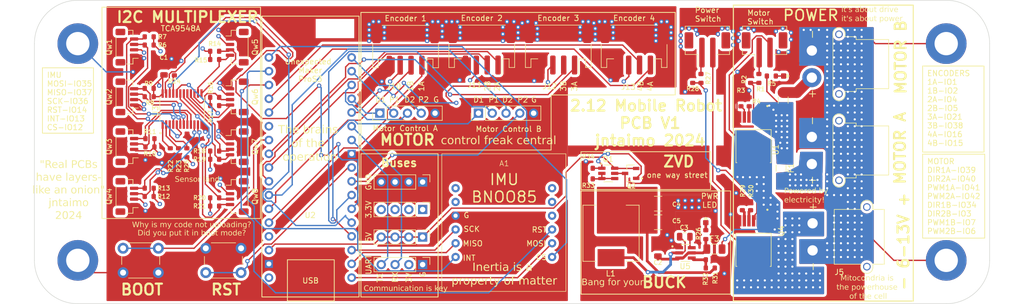
<source format=kicad_pcb>
(kicad_pcb (version 20221018) (generator pcbnew)
  (title_block (title "2.12 Mobile Robot PCB") (date "2024-02-24") (rev "V1") (company "MIT jntaimo"))
  (layers (0 "F.Cu" signal) (1 "In1.Cu" signal) (2 "In2.Cu" signal) (31 "B.Cu" signal) (34 "B.Paste" user) (35 "F.Paste" user) (36 "B.SilkS" user "B.Silkscreen") (37 "F.SilkS" user "F.Silkscreen") (38 "B.Mask" user) (39 "F.Mask" user) (44 "Edge.Cuts" user))
  (net 0 "")
  (net 1 "+3.3V")
  (net 3 "GND")
  (net 4 "/SCK")
  (net 5 "/MISO")
  (net 6 "/IMU_INT")
  (net 8 "/IMU_RST")
  (net 9 "/MOSI")
  (net 10 "/IMU_CS")
  (net 11 "/A_MOTOR")
  (net 12 "/B_MOTOR")
  (net 13 "/Qwiic/SD4")
  (net 14 "/BUCK_5V")
  (net 15 "/Qwiic/SC4")
  (net 16 "/HALL_1A")
  (net 17 "/HALL_1B")
  (net 18 "/HALL_2A")
  (net 19 "/HALL_2B")
  (net 20 "/HALL_3A")
  (net 21 "/HALL_3B")
  (net 22 "/HALL_4A")
  (net 23 "/HALL_4B")
  (net 24 "/VBAT_MOTOR")
  (net 25 "/Qwiic/SD5")
  (net 26 "/VBAT")
  (net 27 "/DIR_1B")
  (net 28 "/PWM_1B")
  (net 29 "/DIR_2B")
  (net 30 "/PWM_2B")
  (net 31 "/DIR_1A")
  (net 32 "/PWM_1A")
  (net 33 "/DIR_2A")
  (net 34 "/PWM_2A")
  (net 35 "/RX")
  (net 36 "/TX")
  (net 37 "/VBAT_IN")
  (net 38 "Net-(Q1-Pad1)")
  (net 39 "Net-(Q1-Pad2)")
  (net 40 "+5V")
  (net 41 "/Qwiic/SD0")
  (net 42 "/Qwiic/SC0")
  (net 43 "/Qwiic/SD1")
  (net 44 "/Qwiic/SC1")
  (net 45 "/Qwiic/SD2")
  (net 46 "/Qwiic/SC2")
  (net 47 "/Qwiic/SD3")
  (net 48 "/Qwiic/SC3")
  (net 49 "Net-(U5-SW)")
  (net 50 "Net-(U5-VBST)")
  (net 51 "/Buck/VBAT_MCU")
  (net 52 "/Qwiic/SC5")
  (net 53 "/Qwiic/SD6")
  (net 54 "Net-(U3-A0)")
  (net 55 "/Qwiic/SC6")
  (net 56 "Net-(U3-A1)")
  (net 57 "Net-(R1-Pad1)")
  (net 58 "Net-(U3-A2)")
  (net 59 "/Qwiic/SD7")
  (net 60 "/Qwiic/SC7")
  (net 61 "/RST")
  (net 62 "/BOOT")
  (net 63 "Net-(U1-CS)")
  (net 64 "Net-(U5-VFB)")
  (net 65 "/SDA")
  (net 66 "/SCL")
  (net 67 "Net-(D2-A)")
  (net 68 "Net-(U4-CS)")
  (net 69 "Net-(U4-SE)")
  (net 70 "Net-(U4-INPUT)")
  (net 71 "Net-(U1-SE)")
  (net 72 "Net-(U3-~{RESET})")
  (net 73 "Net-(U1-INPUT)")
  (net 76 "Net-(R27-Pad1)")
  (net 77 "Net-(D1-A)")
  (footprint "footprint:0603_1608Metric" (layer "F.Cu") (at 134.049 120.965 180)
    (fp_text reference "R33")
    (fp_text value "10K")
  )
  (footprint "footprint:0603_1608Metric" (layer "F.Cu") (at 53.149 104.267)
    (fp_text reference "R9")
    (fp_text value "10K")
  )
  (footprint "Connector_AMASS:AMASS_XT30PW-M_1x02_P2.50mm_Horizontal" (layer "F.Cu") (at 175.38 134.16 -90)
    (fp_text reference "J5")
    (fp_text value "Battery Power")
  )
  (footprint "2.12_Mobile_Robot:SOT95P280X110-6N" (layer "F.Cu") (at 151.959 134.62)
    (fp_text reference "U5")
    (fp_text value "TPS564208DDCT")
  )
  (footprint "footprint:0603_1608Metric" (layer "F.Cu") (at 155.702 131.254 -90)
    (fp_text reference "R26")
    (fp_text value "1kΩ")
  )
  (footprint "Fuse:Fuse_1206_3216Metric" (layer "F.Cu") (at 169.9635 106.426 90)
    (fp_text reference "F2" hide)
    (fp_text value "20A")
  )
  (footprint "Connector_JST:JST_PH_S4B-PH-SM4-TB_1x04-1MP_P2.00mm_Horizontal" (layer "F.Cu") (at 114.428 97.099 180)
    (fp_text reference "J11")
    (fp_text value "Encoder 2")
  )
  (footprint "Connector_JST:JST_PH_B2B-PH-SM4-TB_1x02-1MP_P2.00mm_Vertical" (layer "F.Cu") (at 155.9935 97.147)
    (fp_text reference "SW4" hide)
    (fp_text value "SW_PWR")
  )
  (footprint "Connector_JST:JST_PH_S4B-PH-SM4-TB_1x04-1MP_P2.00mm_Horizontal" (layer "F.Cu") (at 100.394 97.134 180)
    (fp_text reference "J10")
    (fp_text value "Encoder 1")
  )
  (footprint "footprint:0603_1608Metric" (layer "F.Cu") (at 57.785 101.028 90)
    (fp_text reference "R24")
    (fp_text value "10K")
  )
  (footprint "Capacitor_SMD:C_1210_3225Metric" (layer "F.Cu") (at 146.928 125.537)
    (fp_text reference "C4")
    (fp_text value "22uF")
  )
  (footprint "Connector_AMASS:AMASS_XT30PW-F_1x02_P2.50mm_Horizontal" (layer "F.Cu") (at 175.2435 113.222 -90)
    (fp_text reference "J4" hide)
    (fp_text value "Motor Power A")
  )
  (footprint "footprint:0603_1608Metric" (layer "F.Cu") (at 65.215 117.348 180)
    (fp_text reference "R19")
    (fp_text value "10K")
  )
  (footprint "footprint:0603_1608Metric" (layer "F.Cu") (at 162.179 106.743 90)
    (fp_text reference "R3")
    (fp_text value "15k")
  )
  (footprint "footprint:LED0603" (layer "F.Cu") (at 170.8405 101.981 180)
    (fp_text reference "D1" hide)
    (fp_text value "MOTOR_LED")
  )
  (footprint "Connector_JST:JST_PH_B2B-PH-SM4-TB_1x02-1MP_P2.00mm_Vertical" (layer "F.Cu") (at 166.5345 97.147)
    (fp_text reference "SW1" hide)
    (fp_text value "SW_PWR")
  )
  (footprint "footprint:0603_1608Metric" (layer "F.Cu") (at 163.957 102.425 90)
    (fp_text reference "R2")
    (fp_text value "15k")
  )
  (footprint "Connector_JST:JST_SH_BM04B-SRSS-TB_1x04-1MP_P1.00mm_Vertical" (layer "F.Cu") (at 69.367 105.832 -90)
    (fp_text reference "Qw6")
    (fp_text value "Qwiic")
  )
  (footprint "Connector_PinHeader_2.54mm:PinHeader_1x05_P2.54mm_Vertical" (layer "F.Cu") (at 95.656 108.839 90)
    (fp_text reference "J2" hide)
    (fp_text value "Motor Control A")
  )
  (footprint "Connector_JST:JST_SH_BM04B-SRSS-TB_1x04-1MP_P1.00mm_Vertical" (layer "F.Cu") (at 69.367 124.202 -90)
    (fp_text reference "Qw8")
    (fp_text value "Qwiic")
  )
  (footprint "Inductor_SMD:L_Vishay_IHLP-4040" (layer "F.Cu") (at 138.243 130.998 90)
    (fp_text reference "L1")
    (fp_text value "3.3uH")
  )
  (footprint "Connector_PinHeader_2.54mm:PinHeader_1x04_P2.54mm_Vertical" (layer "F.Cu") (at 103.53 126.619 -90)
    (fp_text reference "J7" hide)
    (fp_text value "3.3V")
  )
  (footprint "Connector_JST:JST_PH_S4B-PH-SM4-TB_1x04-1MP_P2.00mm_Horizontal" (layer "F.Cu") (at 142.495 97.099 180)
    (fp_text reference "J13")
    (fp_text value "Encoder 4")
  )
  (footprint "2.12_Mobile_Robot:SOT95P285X140-6N" (layer "F.Cu") (at 137.735 119.949)
    (fp_text reference "Q1")
    (fp_text value "DMMT5401-7-F")
  )
  (footprint "footprint:0603_1608Metric" (layer "F.Cu") (at 165.481 102.425 -90)
    (fp_text reference "R1")
    (fp_text value "15k")
  )
  (footprint "footprint:0603_1608Metric" (layer "F.Cu") (at 53.15 94.742)
    (fp_text reference "R7")
    (fp_text value "10K")
  )
  (footprint "MountingHole:MountingHole_4.3mm_M4_DIN965_Pad" (layer "F.Cu") (at 40 96)
    (fp_text reference "REF**" hide)
    (fp_text value "MountingHole_4.3mm_M4_DIN965_Pad")
  )
  (footprint "footprint:0805_2012Metric" (layer "F.Cu") (at 55.88 100.8595 90)
    (fp_text reference "C1")
    (fp_text value "10uF")
  )
  (footprint "footprint:0603_1608Metric" (layer "F.Cu") (at 65.215 107.442 180)
    (fp_text reference "R17")
    (fp_text value "10K")
  )
  (footprint "Connector_JST:JST_SH_BM04B-SRSS-TB_1x04-1MP_P1.00mm_Vertical" (layer "F.Cu") (at 49.047 124.202 90)
    (fp_text reference "Qw4")
    (fp_text value "Qwiic")
  )
  (footprint "Connector_PinHeader_2.54mm:PinHeader_1x04_P2.54mm_Vertical" (layer "F.Cu") (at 103.53 136.779 -90)
    (fp_text reference "J8" hide)
    (fp_text value "UART")
  )
  (footprint "Connector_JST:JST_SH_BM04B-SRSS-TB_1x04-1MP_P1.00mm_Vertical" (layer "F.Cu") (at 49.047 115.017 90)
    (fp_text reference "Qw3")
    (fp_text value "Qwiic")
  )
  (footprint "Button_Switch_THT:SW_PUSH_6mm" (layer "F.Cu") (at 48.337 133.767)
    (fp_text reference "SW3" hide)
    (fp_text value "BOOT_SW" hide)
  )
  (footprint "footprint:0603_1608Metric" (layer "F.Cu") (at 65.214 97.409 180)
    (fp_text reference "R14")
    (fp_text value "10K")
  )
  (footprint "Capacitor_SMD:C_0805_2012Metric" (layer "F.Cu") (at 151.832 131.633)
    (fp_text reference "C3")
    (fp_text value "0.1uF")
  )
  (footprint "footprint:0603_1608Metric" (layer "F.Cu") (at 60.0835 116.142 90)
    (fp_text reference "R25")
    (fp_text value "10K")
  )
  (footprint "2.12_Mobile_Robot:DPAK85P972X240-8N" (layer "F.Cu") (at 164.5025 113.919 -90)
    (fp_text reference "U1")
    (fp_text value "MOTOR_PWR")
  )
  (footprint "MountingHole:MountingHole_4.3mm_M4_DIN965_Pad" (layer "F.Cu") (at 200 96)
    (fp_text reference "REF**" hide)
    (fp_text value "MountingHole_4.3mm_M4_DIN965_Pad")
  )
  (footprint "footprint:0603_1608Metric" (layer "F.Cu") (at 156.528 137.414 180)
    (fp_text reference "R31")
    (fp_text value "56.2k")
  )
  (footprint "Connector_AMASS:AMASS_XT30PW-F_1x02_P2.50mm_Horizontal" (layer "F.Cu") (at 175.2435 97.282 -90)
    (fp_text reference "J6" hide)
    (fp_text value "Motor Power B")
  )
  (footprint "footprint:0603_1608Metric" (layer "F.Cu") (at 53.2885 115.062)
    (fp_text reference "R10")
    (fp_text value "10K")
  )
  (footprint "footprint:0603_1608Metric" (layer "F.Cu") (at 57.0355 116.142 -90)
    (fp_text reference "R22")
    (fp_text value "10K")
  )
  (footprint "footprint:0603_1608Metric" (layer "F.Cu") (at 65.214 105.918 180)
    (fp_text reference "R16")
    (fp_text value "10K")
  )
  (footprint "Button_Switch_THT:SW_PUSH_6mm" (layer "F.Cu") (at 63.577 133.767)
    (fp_text reference "SW2" hide)
    (fp_text value "RST_SW" hide)
  )
  (footprint "footprint:0603_1608Metric" (layer "F.Cu") (at 53.2895 113.538)
    (fp_text reference "R11")
    (fp_text value "10K")
  )
  (footprint "MountingHole:MountingHole_4.3mm_M4_DIN965_Pad" (layer "F.Cu") (at 200 136)
    (fp_text reference "REF**" hide)
    (fp_text value "MountingHole_4.3mm_M4_DIN965_Pad")
  )
  (footprint "MountingHole:MountingHole_4.3mm_M4_DIN965_Pad" (layer "F.Cu") (at 40 136)
    (fp_text reference "REF**" hide)
    (fp_text value "MountingHole_4.3mm_M4_DIN965_Pad")
  )
  (footprint "footprint:0603_1608Metric" (layer "F.Cu") (at 167.778 101.981)
    (fp_text reference "R5")
    (fp_text value "1kΩ")
  )
  (footprint "footprint:0603_1608Metric" (layer "F.Cu") (at 53.149 105.791)
    (fp_text reference "R8")
    (fp_text value "10K")
  )
  (footprint "Connector_PinHeader_2.54mm:PinHeader_1x05_P2.54mm_Vertical" (layer "F.Cu") (at 113.817 108.839 90)
    (fp_text reference "J1" hide)
    (fp_text value "Motor Control B")
  )
  (footprint "footprint:0805_2012Metric" (layer "F.Cu") (at 146.879 134.3 90)
    (fp_text reference "C2")
    (fp_text value "10uF")
  )
  (footprint "Adafruit:Adafruit_BNO085" (layer "F.Cu") (at 119.761 117.602)
    (fp_text reference "A1")
    (fp_text value "BNO085")
  )
  (footprint "Connector_JST:JST_SH_BM04B-SRSS-TB_1x04-1MP_P1.00mm_Vertical" (layer "F.Cu") (at 69.367 96.647 -90)
    (fp_text reference "Qw5")
    (fp_text value "Qwiic")
  )
  (footprint "footprint:LED0603" (layer "F.Cu") (at 155.702 128.2445 -90)
    (fp_text reference "D2" hide)
    (fp_text value "Power LED")
  )
  (footprint "footprint:0603_1608Metric" (layer "F.Cu") (at 153.289 102.425 90)
    (fp_text reference "R28")
    (fp_text value "15k")
  )
  (footprint "footprint:0603_1608Metric" (layer "F.Cu") (at 162.433 125.92 90)
    (fp_text reference "R29")
    (fp_text value "15k")
  )
  (footprint "footprint:0603_1608Metric" (layer "F.Cu") (at 65.215 98.933 180)
    (fp_text reference "R15")
    (fp_text value "10K")
  )
  (footprint "2.12_Mobile_Robot:DPAK85P972X240-8N" (layer "F.Cu") (at 164.5025 133.0615 -90)
    (fp_text reference "U4")
    (fp_text value "POWER_IN")
  )
  (footprint "Connector_JST:JST_SH_BM04B-SRSS-TB_1x04-1MP_P1.00mm_Vertical" (layer "F.Cu") (at 49.047 105.832 90)
    (fp_text reference "Qw2")
    (fp_text value "Qwiic")
  )
  (footprint "footprint:0603_1608Metric" (layer "F.Cu") (at 53.15 124.206)
    (fp_text reference "R12")
    (fp_text value "10K")
  )
  (footprint "Connector_JST:JST_SH_BM04B-SRSS-TB_1x04-1MP_P1.00mm_Vertical" (layer "F.Cu") (at 69.367 115.017 -90)
    (fp_text reference "Qw7")
    (fp_text value "Qwiic")
  )
  (footprint "footprint:0603_1608Metric" (layer "F.Cu") (at 65.214 125.984 180)
    (fp_text reference "R21")
    (fp_text value "10K")
  )
  (footprint "Connector_PinHeader_2.54mm:PinHeader_1x04_P2.54mm_Vertical" (layer "F.Cu") (at 103.53 121.539 -90)
    (fp_text reference "J3" hide)
    (fp_text value "GND")
  )
  (footprint "Connector_PinHeader_2.54mm:PinHeader_1x04_P2.54mm_Vertical" (layer "F.Cu") (at 103.52 131.699 -90)
    (fp_text reference "J9" hide)
    (fp_text value "5V")
  )
  (footprint "2.12_Mobile_Robot:ProS3_TH" (layer "F.Cu") (at 82.809 118.872 180)
    (fp_text reference "U2")
    (fp_text value "ProS3")
  )
  (footprint "footprint:0603_1608Metric" (layer "F.Cu") (at 156.527 135.89)
    (fp_text reference "R32")
    (fp_text value "10k")
  )
  (footprint "footprint:0603_1608Metric" (layer "F.Cu") (at 154.813 102.425 -90)
    (fp_text reference "R27")
    (fp_text value "15k")
  )
  (footprint "Connector_JST:JST_PH_S4B-PH-SM4-TB_1x04-1MP_P2.00mm_Horizontal" (layer "F.Cu") (at 128.525 97.099 180)
    (fp_text reference "J12")
    (fp_text value "Encoder 3")
  )
  (footprint "footprint:0603_1608Metric" (layer "F.Cu") (at 134.048 118.999 180)
    (fp_text reference "R34")
    (fp_text value "47K")
  )
  (footprint "Fuse:Fuse_1206_3216Metric" (layer "F.Cu") (at 169.5825 118.999 -90)
    (fp_text reference "F1")
    (fp_text value "20A")
  )
  (footprint "footprint:0603_1608Metric" (layer "F.Cu") (at 53.15 96.266)
    (fp_text reference "R6")
    (fp_text value "10K")
  )
  (footprint "Capacitor_SMD:C_1210_3225Metric" (layer "F.Cu") (at 146.928 128.966)
    (fp_text reference "C5")
    (fp_text value "22uF")
  )
  (footprint "2.12_Mobile_Robot:SOT91P240X110-3N" (layer "F.Cu") (at 141.8505 119.949 180)
    (fp_text reference "Q2")
    (fp_text value "DMG2305UX-13")
  )
  (footprint "Fuse:Fuse_1206_3216Metric" (layer "F.Cu") (at 157.296 133.919 180)
    (fp_text reference "F3")
    (fp_text value "20A")
  )
  (footprint "footprint:0603_1608Metric" (layer "F.Cu") (at 163.703 106.743 90)
    (fp_text reference "R4")
    (fp_text value "15k")
  )
  (footprint "footprint:0603_1608Metric" (layer "F.Cu") (at 58.5595 116.142 -90)
    (fp_text reference "R23")
    (fp_text value "10K")
  )
  (footprint "footprint:0603_1608Metric" (layer "F.Cu") (at 65.215 124.46 180)
    (fp_text reference "R20")
    (fp_text value "10K")
  )
  (footprint "footprint:0603_1608Metric" (layer "F.Cu") (at 163.957 125.92 90)
    (fp_text reference "R30")
    (fp_text value "15k")
  )
  (footprint "footprint:0603_1608Metric" (layer "F.Cu") (at 65.215 115.824 180)
    (fp_text reference "R18")
    (fp_text value "10K")
  )
  (footprint "2.12_Mobile_Robot:SOP65P640X120-24N" (layer "F.Cu") (at 59.207 108.077 90)
    (fp_text reference "U3")
    (fp_text value "TCA9548APWR")
  )
  (footprint "Connector_JST:JST_SH_BM04B-SRSS-TB_1x04-1MP_P1.00mm_Vertical" (layer "F.Cu") (at 49.047 96.647 90)
    (fp_text reference "Qw1")
    (fp_text value "Qwiic")
  )
  (footprint "footprint:0603_1608Metric" (layer "F.Cu") (at 53.15 122.682)
    (fp_text reference "R13")
    (fp_text value "10K")
  )
  (gr_rect (start 92.155 116.332) (end 106.379 142.748) (stroke (width 0.15)) (fill none) (layer "F.SilkS"))
  (gr_poly (pts (xy 92.155 90.237) (xy 150.067 90.237) (xy 150.067 105.477) (xy 127.207 105.477) (xy 127.207 115.637) (xy 92.155 115.637)) (stroke (width 0.15)) (fill none) (layer "F.SilkS"))
  (gr_rect (start 132.715 123.19) (end 160.274 142.24) (stroke (width 0.15)) (fill none) (layer "F.SilkS"))
  (gr_rect (start 160.782 88.9) (end 193.929 143.51) (stroke (width 0.2)) (fill none) (layer "F.SilkS"))
  (gr_rect (start 132.715 115.951) (end 156.591 122.936) (stroke (width 0.15)) (fill none) (layer "F.SilkS"))
  (gr_rect (start 78.613 135.89) (end 87.249 143.51) (stroke (width 0.15)) (fill none) (layer "F.SilkS"))
  (gr_rect (start 44.45 89.281) (end 73.66 128.27) (stroke (width 0.15)) (fill none) (layer "F.SilkS"))
  (gr_rect (start 73.914 90.932) (end 91.821 142.748) (stroke (width 0.15)) (fill none) (layer "F.SilkS"))
  (gr_line (start 32 96) (end 32 136) (stroke (width 0.1)) (layer "Edge.Cuts"))
  (gr_line (start 40 144) (end 200 144) (stroke (width 0.1)) (layer "Edge.Cuts"))
  (gr_arc (start 32 96) (mid 34.343146 90.343146) (end 40 88) (stroke (width 0.1)) (layer "Edge.Cuts"))
  (gr_arc (start 40 144) (mid 34.343146 141.656854) (end 32 136) (stroke (width 0.1)) (layer "Edge.Cuts"))
  (gr_arc (start 200 88) (mid 205.656854 90.343146) (end 208 96) (stroke (width 0.1)) (layer "Edge.Cuts"))
  (gr_line (start 200 88) (end 40 88) (stroke (width 0.1)) (layer "Edge.Cuts"))
  (gr_line (start 208 136) (end 208 96) (stroke (width 0.1)) (layer "Edge.Cuts"))
  (gr_arc (start 208 136) (mid 205.656854 141.656854) (end 200 144) (stroke (width 0.1)) (layer "Edge.Cuts"))
  (gr_text " - 6-13V +" (at 193.294 143.256 90) (layer "F.SilkS") (effects (font (size 2 2) (thickness 0.4) bold) (justify left bottom)))
  (gr_text "Inertia is a \nproperty of matter" (at 118.571 140.716) (layer "F.SilkS") (effects (font (size 1.5 1.5)) (justify bottom)))
  (gr_text "G" (at 123.444 106.934) (layer "F.SilkS") (effects (font (size 1 1)) (justify left bottom)))
  (gr_text "TX" (at 96.266 140.208 90) (layer "F.SilkS") (effects (font (size 1 1)) (justify left bottom)))
  (gr_text "ZVD\n" (at 147.654 118.939) (layer "F.SilkS") (effects (font (size 2 2) (thickness 0.4) bold) (justify left bottom)))
  (gr_text "Power\nSwitch" (at 153.623 92.015) (layer "F.SilkS") (effects (font (size 1 1)) (justify left bottom)))
  (gr_text "3A" (at 132.08 104.902 90) (layer "F.SilkS") (effects (font (size 1 1)) (justify left bottom)))
  (gr_text "G" (at 105.41 106.934) (layer "F.SilkS") (effects (font (size 1 1)) (justify left bottom)))
  (gr_text "BOOT" (at 47.705 142.561) (layer "F.SilkS") (effects (font (size 2 2) (thickness 0.4) bold) (justify left bottom)))
  (gr_text "D1" (at 112.776 106.934) (layer "F.SilkS") (effects (font (size 1 1)) (justify left bottom)))
  (gr_text "Bang for your\n" (at 132.795 140.783) (layer "F.SilkS") (effects (font (size 1.2 1.2)) (justify left bottom)))
  (gr_text "RX" (at 99.06 140.208 90) (layer "F.SilkS") (effects (font (size 1 1)) (justify left bottom)))
  (gr_text "MOTOR" (at 95.457 114.935) (layer "F.SilkS") (effects (font (size 2 2) (thickness 0.4) bold) (justify left bottom)))
  (gr_text "RST\n" (at 123.571 130.937) (layer "F.SilkS") (effects (font (size 1 1)) (justify left bottom)))
  (gr_text "G" (at 110.998 128.27) (layer "F.SilkS") (effects (font (size 1 1)) (justify left bottom)))
  (gr_text "2B" (at 116.078 104.902 90) (layer "F.SilkS") (effects (font (size 1 1)) (justify left bottom)))
  (gr_text "D2" (at 118.11 106.934) (layer "F.SilkS") (effects (font (size 1 1)) (justify left bottom)))
  (gr_text "P2" (at 102.616 106.934) (layer "F.SilkS") (effects (font (size 1 1)) (justify left bottom)))
  (gr_text "MOTOR B" (at 192.786 105.537 90) (layer "F.SilkS") (effects (font (size 2 2) (thickness 0.4) bold) (justify left bottom)))
  (gr_text "P1\n" (at 97.282 106.934) (layer "F.SilkS") (effects (font (size 1 1)) (justify left bottom)))
  (gr_text "Powered by \nelectricity!" (at 170.133 125.476) (layer "F.SilkS") (effects (font (size 1 1)) (justify left bottom)))
  (gr_text "one way street" (at 144.733 120.844) (layer "F.SilkS") (effects (font (size 1 1)) (justify left bottom)))
  (gr_text "MOTOR A" (at 192.659 122.174 90) (layer "F.SilkS") (effects (font (size 2 2) (thickness 0.4) bold) (justify left bottom)))
  (gr_text "RST" (at 64.342 142.561) (layer "F.SilkS") (effects (font (size 2 2) (thickness 0.4) bold) (justify left bottom)))
  (gr_text "2A" (at 117.856 104.902 90) (layer "F.SilkS") (effects (font (size 1 1)) (justify left bottom)))
  (gr_text "1B" (at 101.854 104.902 90) (layer "F.SilkS") (effects (font (size 1 1)) (justify left bottom)))
  (gr_text "PWR\nLED" (at 156.417 124.968) (layer "F.SilkS") (effects (font (size 1 1))))
  (gr_text "D1" (at 94.742 106.934) (layer "F.SilkS") (effects (font (size 1 1)) (justify left bottom)))
  (gr_text "{dblquote}Real PCBs\nhave layers-\nlike an onion{dblquote}\njntaimo\n2024" (at 38.307 128.591) (layer "F.SilkS") (effects (font (size 1.4 1.4)) (justify bottom)))
  (gr_text "SCK" (at 110.998 130.81) (layer "F.SilkS") (effects (font (size 1 1)) (justify left bottom)))
  (gr_text "4B" (at 144.272 104.902 90) (layer "F.SilkS") (effects (font (size 1 1)) (justify left bottom)))
  (gr_text "TCA9548A" (at 55.198 93.793) (layer "F.SilkS") (effects (font (size 1 1)) (justify left bottom)))
  (gr_text "The brains \nof the \noperation" (at 82.757 117.856) (layer "F.SilkS") (effects (font (size 1.5 1.5)) (justify bottom)))
  (gr_text "CS" (at 124.333 136.017) (layer "F.SilkS") (effects (font (size 1 1)) (justify left bottom)))
  (gr_text "3V" (at 101.6 140.208 90) (layer "F.SilkS") (effects (font (size 1 1)) (justify left bottom)))
  (gr_text "BUCK" (at 143.764 141.224) (layer "F.SilkS") (effects (font (size 2 2) (thickness 0.4) bold) (justify left bottom)))
  (gr_text "P2" (at 120.904 106.934) (layer "F.SilkS") (effects (font (size 1 1)) (justify left bottom)))
  (gr_text "control freak central" (at 106.887 114.808) (layer "F.SilkS") (effects (font (size 1.5 1.5)) (justify left bottom)))
  (gr_text "Sensor land" (at 57.865 121.666) (layer "F.SilkS") (effects (font (size 1 1)) (justify left bottom)))
  (gr_text "POWER" (at 169.752 91.948) (layer "F.SilkS") (effects (font (size 2 2) (thickness 0.3) bold) (justify left bottom)))
  (gr_text "USB" (at 81.28 140.335) (layer "F.SilkS") (effects (font (size 1 1)) (justify left bottom)))
  (gr_text "D2" (at 100.076 106.934) (layer "F.SilkS") (effects (font (size 1 1)) (justify left bottom)))
  (gr_text "2.12 Mobile Robot \nPCB V1\njntaimo 2024" (at 145.44 115.062) (layer "F.SilkS") (effects (font (size 2 2) (thickness 0.4) bold) (justify bottom)))
  (gr_text "Why is my code not uploading?" (at 49.991 130.048) (layer "F.SilkS") (effects (font (size 1 1)) (justify left bottom)))
  (gr_text "P1" (at 115.57 106.934) (layer "F.SilkS") (effects (font (size 1 1)) (justify left bottom)))
  (gr_text "MOSI" (at 122.555 133.477) (layer "F.SilkS") (effects (font (size 1 1)) (justify left bottom)))
  (gr_text "MISO" (at 110.871 133.477) (layer "F.SilkS") (effects (font (size 1 1)) (justify left bottom)))
  (gr_text "G" (at 104.14 139.192 90) (layer "F.SilkS") (effects (font (size 1 1)) (justify left bottom)))
  (gr_text "Motor\nSwitch" (at 163.275 92.523) (layer "F.SilkS") (effects (font (size 1 1)) (justify left bottom)))
  (gr_text "IMU\nBNOO85" (at 118.571 125.476) (layer "F.SilkS") (effects (font (size 2 2) (thickness 0.25)) (justify bottom)))
  (gr_text "3B" (at 130.048 104.902 90) (layer "F.SilkS") (effects (font (size 1 1)) (justify left bottom)))
  (gr_text "Unexpected \nMaker\nProS3" (at 82.829 103.124) (layer "F.SilkS") (effects (font (size 1 1)) (justify bottom)))
  (gr_text "Communication is key" (at 92.663 141.799) (layer "F.SilkS") (effects (font (size 1 1)) (justify left bottom)))
  (gr_text "I2C MULTIPLEXER\n" (at 46.943 92.269) (layer "F.SilkS") (effects (font (size 2 2) (thickness 0.4) bold) (justify left bottom)))
  (gr_text "INT" (at 110.871 136.144) (layer "F.SilkS") (effects (font (size 1 1)) (justify left bottom)))
  (gr_text "Buses" (at 95.711 118.872) (layer "F.SilkS") (effects (font (size 1.5 1.5) (thickness 0.3) bold) (justify left bottom)))
  (gr_text "Mitocondria is \nthe powerhouse \nof the cell" (at 185.627 143.256) (layer "F.SilkS") (effects (font (size 1 1)) (justify bottom)))
  (gr_text "4A" (at 146.05 104.902 90) (layer "F.SilkS") (effects (font (size 1 1)) (justify left bottom)))
  (gr_text "1A" (at 103.886 104.902 90) (layer "F.SilkS") (effects (font (size 1 1)) (justify left bottom)))
  (gr_text "Did you put it in boot mode?" (at 51.007 131.572) (layer "F.SilkS") (effects (font (size 1 1)) (justify left bottom)))
  (gr_text "it's about drive\nit's about power\n" (at 180.674 92.015) (layer "F.SilkS") (effects (font (size 1 1)) (justify left bottom)))
  (gr_text_box "MOTOR\nDIR1A-IO39\nDIR2A-IO40\nPWM1A-IO41\nPWM2A-IO42\nDIR1B-IO34\nDIR2B-IO3\nPWM1B-IO7\nPWM2B-IO6" (start 195.66 116.399) (end 207.09 131.893) (layer "F.SilkS") (effects (font (size 1 1)) (justify left top)) (stroke (width 0.15)))
  (gr_text_box "IMU\nMOSI-IO35\nMISO-IO37\nSCK-IO36\nRST-IO14\nINT-IO13\nCS-IO12\n" (start 33.481 100.4605) (end 42.879 112.5255) (layer "F.SilkS") (effects (font (size 1 1)) (justify left top)) (stroke (width 0.15)))
  (gr_text_box "ENCODERS\n1A-IO1\n1B-IO2\n2A-IO4\n2B-IO5\n3A-IO21\n3B-IO38\n4A-IO16\n4B-IO15\n" (start 195.66 100.143) (end 206.963 116.018) (layer "F.SilkS") (effects (font (size 1 1)) (justify left top)) (stroke (width 0.15)))
  (segment (start 54.991 103.378) (end 54.991 103.759) (width 0.25) (layer "F.Cu") (net 1))
  (segment (start 60.071 116.967) (end 60.071 117.094) (width 0.25) (layer "F.Cu") (net 1))
  (segment (start 51.681 97.147) (end 52.197 97.663) (width 0.25) (layer "F.Cu") (net 1))
  (segment (start 55.632 102.145) (end 55.88 101.897) (width 0.25) (layer "F.Cu") (net 1))
  (segment (start 53.974 104.267) (end 53.974 105.791) (width 0.25) (layer "F.Cu") (net 1))
  (segment (start 64.39 107.442) (end 64.39 105.919) (width 0.25) (layer "F.Cu") (net 1))
  (segment (start 112.649 102.362) (end 112.268 102.743) (width 0.25) (layer "F.Cu") (net 1))
  (segment (start 53.974 104.267) (end 53.974 103.803) (width 0.25) (layer "F.Cu") (net 1))
  (segment (start 64.39 107.442) (end 64.39 107.443) (width 0.25) (layer "F.Cu") (net 1))
  (segment (start 60.071 117.094) (end 61.214 118.237) (width 0.25) (layer "F.Cu") (net 1))
  (segment (start 67.232 105.332) (end 66.167 104.267) (width 0.25) (layer "F.Cu") (net 1))
  (segment (start 50.372 106.332) (end 51.341 106.332) (width 0.25) (layer "F.Cu") (net 1))
  (segment (start 54.1145 115.061) (end 54.1135 115.062) (width 0.25) (layer "F.Cu") (net 1))
  (segment (start 113.425666 101.585334) (end 112.649 102.362) (width 0.25) (layer "F.Cu") (net 1))
  (segment (start 50.3845 115.517) (end 50.6565 115.789) (width 0.25) (layer "F.Cu") (net 1))
  (segment (start 53.975 124.206) (end 53.975 124.46) (width 0.25) (layer "F.Cu") (net 1))
  (segment (start 53.975 124.46) (end 55.118 125.603) (width 0.25) (layer "F.Cu") (net 1))
  (segment (start 64.39 125.983) (end 64.389 125.984) (width 0.25) (layer "F.Cu") (net 1))
  (segment (start 50.372 97.147) (end 51.681 97.147) (width 0.25) (layer "F.Cu") (net 1))
  (segment (start 53.975 122.682) (end 53.975 124.206) (width 0.25) (layer "F.Cu") (net 1))
  (segment (start 64.39 105.919) (end 64.389 105.918) (width 0.25) (layer "F.Cu") (net 1))
  (segment (start 127.480332 99.984) (end 126.619 100.845332) (width 0.25) (layer "F.Cu") (net 1))
  (segment (start 64.39 115.824) (end 64.39 117.348) (width 0.25) (layer "F.Cu") (net 1))
  (segment (start 126.619 100.845332) (end 126.619 103.124) (width 0.25) (layer "F.Cu") (net 1))
  (segment (start 53.974 105.791) (end 55.048 105.791) (width 0.25) (layer "F.Cu") (net 1))
  (segment (start 64.39 124.46) (end 64.39 125.983) (width 0.25) (layer "F.Cu") (net 1))
  (segment (start 53.975 96.266) (end 54.102 96.266) (width 0.25) (layer "F.Cu") (net 1))
  (segment (start 68.042 114.517) (end 67.273 114.517) (width 0.25) (layer "F.Cu") (net 1))
  (segment (start 64.39 119.252) (end 64.389 119.253) (width 0.25) (layer "F.Cu") (net 1))
  (segment (start 51.341 106.332) (end 52.197 107.188) (width 0.25) (layer "F.Cu") (net 1))
  (segment (start 64.389 97.409) (end 64.389 98.932) (width 0.25) (layer "F.Cu") (net 1))
  (segment (start 51.423 124.702) (end 52.451 125.73) (width 0.25) (layer "F.Cu") (net 1))
  (segment (start 54.102 96.266) (end 55.245 97.409) (width 0.25) (layer "F.Cu") (net 1))
  (segment (start 54.1135 115.442) (end 55.0035 116.332) (width 0.25) (layer "F.Cu") (net 1))
  (segment (start 55.048 105.791) (end 55.632 105.207) (width 0.25) (layer "F.Cu") (net 1))
  (segment (start 64.39 107.443) (end 65.786 108.839) (width 0.25) (layer "F.Cu") (net 1))
  (segment (start 53.3865 115.789) (end 54.1135 115.062) (width 0.25) (layer "F.Cu") (net 1))
  (segment (start 67.445 96.147) (end 65.913 94.615) (width 0.25) (layer "F.Cu") (net 1))
  (segment (start 68.042 105.332) (end 67.232 105.332) (width 0.25) (layer "F.Cu") (net 1))
  (segment (start 50.372 124.702) (end 51.423 124.702) (width 0.25) (layer "F.Cu") (net 1))
  (segment (start 67.698486 123.702) (end 66.167 122.170514) (width 0.25) (layer "F.Cu") (net 1))
  (segment (start 99.371 101.162) (end 97.536 102.997) (width 0.25) (layer "F.Cu") (net 1))
  (segment (start 53.974 103.803) (end 54.695 103.082) (width 0.25) (layer "F.Cu") (net 1))
  (segment (start 55.632 105.207) (end 55.632 102.145) (width 0.25) (layer "F.Cu") (net 1))
  (segment (start 54.1135 115.062) (end 54.1135 115.442) (width 0.25) (layer "F.Cu") (net 1))
  (segment (start 54.695 103.082) (end 54.991 103.378) (width 0.25) (layer "F.Cu") (net 1))
  (segment (start 99.371 99.984) (end 99.371 101.162) (width 0.25) (layer "F.Cu") (net 1))
  (segment (start 64.389 98.932) (end 64.39 98.933) (width 0.25) (layer "F.Cu") (net 1))
  (segment (start 53.975 94.742) (end 53.975 96.266) (width 0.25) (layer "F.Cu") (net 1))
  (segment (start 64.39 117.348) (end 64.39 119.252) (width 0.25) (layer "F.Cu") (net 1))
  (segment (start 68.042 96.147) (end 67.445 96.147) (width 0.25) (layer "F.Cu") (net 1))
  (segment (start 54.1145 113.538) (end 54.1145 115.061) (width 0.25) (layer "F.Cu") (net 1))
  (segment (start 54.695 103.082) (end 55.88 101.897) (width 0.25) (layer "F.Cu") (net 1))
  (segment (start 68.042 123.702) (end 67.698486 123.702) (width 0.25) (layer "F.Cu") (net 1))
  (segment (start 64.389 97.409) (end 63.5 97.409) (width 0.25) (layer "F.Cu") (net 1))
  (segment (start 50.6565 115.789) (end 53.3865 115.789) (width 0.25) (layer "F.Cu") (net 1))
  (segment (start 63.5 97.409) (end 62.992 96.901) (width 0.25) (layer "F.Cu") (net 1))
  (segment (start 67.273 114.517) (end 65.913 113.157) (width 0.25) (layer "F.Cu") (net 1))
  (segment (start 141.535 102.051) (end 140.589 102.997) (width 0.25) (layer "F.Cu") (net 1))
  (segment (start 64.389 125.984) (end 64.389 127.381) (width 0.25) (layer "F.Cu") (net 1))
  (segment (start 66.167 122.170514) (end 66.167 122.047) (width 0.25) (layer "F.Cu") (net 1))
  (segment (start 113.425666 99.984) (end 113.425666 101.585334) (width 0.25) (layer "F.Cu") (net 1))
  (segment (start 141.535 99.984) (end 141.535 102.051) (width 0.25) (layer "F.Cu") (net 1))
  (via (at 65.913 94.615) (size 0.8) (drill 0.4) (layers "F.Cu" "B.Cu") (net 1))
  (via (at 55.118 125.603) (size 0.8) (drill 0.4) (layers "F.Cu" "B.Cu") (net 1))
  (via (at 66.167 122.047) (size 0.8) (drill 0.4) (layers "F.Cu" "B.Cu") (net 1))
  (via (at 126.619 103.124) (size 0.8) (drill 0.4) (layers "F.Cu" "B.Cu") (net 1))
  (via (at 61.214 118.237) (size 0.8) (drill 0.4) (layers "F.Cu" "B.Cu") (net 1))
  (via (at 64.389 127.381) (size 0.8) (drill 0.4) (layers "F.Cu" "B.Cu") (net 1))
  (via (at 65.786 108.839) (size 0.8) (drill 0.4) (layers "F.Cu" "B.Cu") (net 1))
  (via (at 52.197 107.188) (size 0.8) (drill 0.4) (layers "F.Cu" "B.Cu") (net 1))
  (via (at 55.245 97.409) (size 0.8) (drill 0.4) (layers "F.Cu" "B.Cu") (net 1))
  (via (at 62.992 96.901) (size 0.8) (drill 0.4) (layers "F.Cu" "B.Cu") (net 1))
  (via (at 55.0035 116.332) (size 0.8) (drill 0.4) (layers "F.Cu" "B.Cu") (net 1))
  (via (at 112.268 102.743) (size 0.8) (drill 0.4) (layers "F.Cu" "B.Cu") (net 1))
  (via (at 54.991 103.759) (size 0.8) (drill 0.4) (layers "F.Cu" "B.Cu") (net 1))
  (via (at 52.197 97.663) (size 0.8) (drill 0.4) (layers "F.Cu" "B.Cu") (net 1))
  (via (at 140.589 102.997) (size 0.8) (drill 0.4) (layers "F.Cu" "B.Cu") (net 1))
  (via (at 66.167 104.267) (size 0.8) (drill 0.4) (layers "F.Cu" "B.Cu") (net 1))
  (via (at 65.913 113.157) (size 0.8) (drill 0.4) (layers "F.Cu" "B.Cu") (net 1))
  (via (at 52.451 125.73) (size 0.8) (drill 0.4) (layers "F.Cu" "B.Cu") (net 1))
  (via (at 64.389 119.253) (size 0.8) (drill 0.4) (layers "F.Cu" "B.Cu") (net 1))
  (via (at 97.536 102.997) (size 0.8) (drill 0.4) (layers "F.Cu" "B.Cu") (net 1))
  (segment (start 163.703 105.918) (end 163.703 104.648) (width 0.25) (layer "F.Cu") (net 3))
  (segment (start 111.425666 101.680334) (end 110.363 102.743) (width 0.25) (layer "F.Cu") (net 3))
  (segment (start 161.94 128.699) (end 161.465 128.699) (width 0.25) (layer "F.Cu") (net 3))
  (segment (start 55.88 99.822) (end 57.404 99.822) (width 0.25) (layer "F.Cu") (net 3))
  (segment (start 105.744 94.234) (end 105.744 92.329) (width 0.25) (layer "F.Cu") (net 3))
  (segment (start 57.023 116.967) (end 56.515 116.967) (width 0.25) (layer "F.Cu") (net 3))
  (segment (start 162.433 125.095) (end 163.957 125.095) (width 0.5) (layer "F.Cu") (net 3))
  (segment (start 57.023 116.967) (end 58.547 116.967) (width 0.25) (layer "F.Cu") (net 3))
  (segment (start 111.425666 99.984) (end 111.425666 101.680334) (width 0.25) (layer "F.Cu") (net 3))
  (segment (start 139.535 101.384) (end 138.176 102.743) (width 0.25) (layer "F.Cu") (net 3))
  (segment (start 68.042 104.332) (end 67.248 104.332) (width 0.25) (layer "F.Cu") (net 3))
  (segment (start 162.433 125.095) (end 162.433 124.714) (width 0.5) (layer "F.Cu") (net 3))
  (segment (start 62.782 110.947) (end 62.782 111.55) (width 0.25) (layer "F.Cu") (net 3))
  (segment (start 57.404 99.822) (end 57.785 100.203) (width 0.25) (layer "F.Cu") (net 3))
  (segment (start 67.248 104.332) (end 66.167 103.251) (width 0.25) (layer "F.Cu") (net 3))
  (segment (start 62.782 111.55) (end 63.5 112.268) (width 0.25) (layer "F.Cu") (net 3))
  (segment (start 68.042 95.147) (end 67.588 95.147) (width 0.25) (layer "F.Cu") (net 3))
  (segment (start 119.778 92.647) (end 119.079 91.948) (width 0.25) (layer "F.Cu") (net 3))
  (segment (start 97.371 99.984) (end 96.012 101.343) (width 0.25) (layer "F.Cu") (net 3))
  (segment (start 125.480332 99.984) (end 125.480332 101.468668) (width 0.25) (layer "F.Cu") (net 3))
  (segment (start 50.372 107.332) (end 51.414497 107.332) (width 0.25) (layer "F.Cu") (net 3))
  (segment (start 162.433 124.714) (end 161.29 123.571) (width 0.5) (layer "F.Cu") (net 3))
  (segment (start 157.352 135.89) (end 159.131 137.669) (width 0.25) (layer "F.Cu") (net 3))
  (segment (start 96.012 101.343) (end 96.012 102.997) (width 0.25) (layer "F.Cu") (net 3))
  (segment (start 95.044 92.551) (end 94.441 91.948) (width 0.25) (layer "F.Cu") (net 3))
  (segment (start 133.223 118.999) (end 133.223 120.964) (width 0.25) (layer "F.Cu") (net 3))
  (segment (start 109.078 92.107) (end 108.919 91.948) (width 0.25) (layer "F.Cu") (net 3))
  (segment (start 68.042 122.652) (end 66.294 120.904) (width 0.25) (layer "F.Cu") (net 3))
  (segment (start 133.223 120.964) (end 133.224 120.965) (width 0.25) (layer "F.Cu") (net 3))
  (segment (start 163.703 105.918) (end 162.179 105.918) (width 0.25) (layer "F.Cu") (net 3))
  (segment (start 51.493 116.517) (end 52.451 117.475) (width 0.25) (layer "F.Cu") (net 3))
  (segment (start 159.131 137.669) (end 159.131 138.43) (width 0.25) (layer "F.Cu") (net 3))
  (segment (start 50.165 101.219) (end 50.372 101.012) (width 0.25) (layer "F.Cu") (net 3))
  (segment (start 200 136) (end 190.356 136) (width 0.25) (layer "F.Cu") (net 3))
  (segment (start 51.414497 107.332) (end 52.197 108.114503) (width 0.25) (layer "F.Cu") (net 3))
  (segment (start 151.892 102.997) (end 151.892 104.902) (width 0.25) (layer "F.Cu") (net 3))
  (segment (start 147.845 94.199) (end 147.845 92.266) (width 0.25) (layer "F.Cu") (net 3))
  (segment (start 163.957 101.6) (end 161.925 101.6) (width 0.25) (layer "F.Cu") (net 3))
  (segment (start 50.372 101.012) (end 50.372 98.147) (width 0.25) (layer "F.Cu") (net 3))
  (segment (start 186.932 96) (end 184.404 93.472) (width 0.25) (layer "F.Cu") (net 3))
  (segment (start 133.875 94.199) (end 133.875 92.774) (width 0.25) (layer "F.Cu") (net 3))
  (segment (start 57.785 100.203) (end 58.039 100.203) (width 0.25) (layer "F.Cu") (net 3))
  (segment (start 171.628 100.8975) (end 175.2435 97.282) (width 0.25) (layer "F.Cu") (net 3))
  (segment (start 153.289 101.6) (end 151.892 102.997) (width 0.25) (layer "F.Cu") (net 3))
  (segment (start 161.465 128.699) (end 160.274 127.508) (width 0.25) (layer "F.Cu") (net 3))
  (segment (start 133.875 92.774) (end 133.049 91.948) (width 0.25) (layer "F.Cu") (net 3))
  (segment (start 50.372 98.147) (end 51.665 98.147) (width 0.25) (layer "F.Cu") (net 3))
  (segment (start 58.039 100.203) (end 59.055 99.187) (width 0.25) (layer "F.Cu") (net 3))
  (segment (start 161.9525 109.5565) (end 161.452 109.056) (width 0.25) (layer "F.Cu") (net 3))
  (segment (start 56.515 116.967) (end 55.499 117.983) (width 0.25) (layer "F.Cu") (net 3))
  (segment (start 50.372 116.517) (end 51.493 116.517) (width 0.25) (layer "F.Cu") (net 3))
  (segment (start 200 96) (end 186.932 96) (width 0.25) (layer "F.Cu") (net 3))
  (segment (start 137.145 92.996) (end 136.097 91.948) (width 0.25) (layer "F.Cu") (net 3))
  (segment (start 67.588 95.147) (end 65.913 93.472) (width 0.25) (layer "F.Cu") (net 3))
  (segment (start 184.912 130.556) (end 184.658 130.556) (width 0.25) (layer "F.Cu") (net 3))
  (segment (start 133.223 118.999) (end 133.223 118.11) (width 0.25) (layer "F.Cu") (net 3))
  (segment (start 161.452 109.056) (end 161.452 106.645) (width 0.25) (layer "F.Cu") (net 3))
  (segment (start 109.078 94.199) (end 109.078 92.107) (width 0.25) (layer "F.Cu") (net 3))
  (segment (start 161.452 106.645) (end 162.179 105.918) (width 0.25) (layer "F.Cu") (net 3))
  (segment (start 56.261 99.822) (end 57.277 98.806) (width 0.25) (layer "F.Cu") (net 3))
  (segment (start 133.223 118.11) (end 133.604 117.729) (width 0.25) (layer "F.Cu") (net 3))
  (segment (start 51.28 125.702) (end 52.451 126.873) (width 0.25) (layer "F.Cu") (net 3))
  (segment (start 125.480332 101.468668) (end 124.079 102.87) (width 0.25) (layer "F.Cu") (net 3))
  (segment (start 42.267 138.267) (end 40 136) (width 0.25) (layer "F.Cu") (net 3))
  (segment (start 171.628 101.981) (end 171.628 100.8975) (width 0.25) (layer "F.Cu") (net 3))
  (segment (start 147.845 92.266) (end 147.527 91.948) (width 0.25) (layer "F.Cu") (net 3))
  (segment (start 68.042 122.702) (end 68.042 122.652) (width 0.25) (layer "F.Cu") (net 3))
  (segment (start 137.145 94.199) (end 137.145 92.996) (width 0.25) (layer "F.Cu") (net 3))
  (segment (start 123.175 94.199) (end 123.175 92.234) (width 0.25) (layer "F.Cu") (net 3))
  (segment (start 50.372 125.702) (end 51.28 125.702) (width 0.25) (layer "F.Cu") (net 3))
  (segment (start 95.044 94.234) (end 95.044 92.551) (width 0.25) (layer "F.Cu") (net 3))
  (segment (start 184.658 130.556) (end 184.404 130.302) (width 0.25) (layer "F.Cu") (net 3))
  (segment (start 68.042 113.517) (end 67.289 113.517) (width 0.25) (layer "F.Cu") (net 3))
  (segment (start 161.925 101.6) (end 161.544 101.219) (width 0.25) (layer "F.Cu") (net 3))
  (segment (start 155.702 127.457) (end 156.896 127.457) (width 0.5) (layer "F.Cu") (net 3))
  (segment (start 123.175 92.234) (end 122.889 91.948) (width 0.25) (layer "F.Cu") (net 3))
  (segment (start 156.896 127.457) (end 157.48 126.873) (width 0.5) (layer "F.Cu") (net 3))
  (segment (start 190.356 136) (end 184.912 130.556) (width 0.25) (layer "F.Cu") (net 3))
  (segment (start 48.337 138.267) (end 42.267 138.267) (width 0.25) (layer "F.Cu") (net 3))
  (segment (start 55.88 99.822) (end 56.261 99.822) (width 0.25) (layer "F.Cu") (net 3))
  (segment (start 67.289 113.517) (end 65.913 112.141) (width 0.25) (layer "F.Cu") (net 3))
  (segment (start 51.665 98.147) (end 52.197 98.679) (width 0.25) (layer "F.Cu") (net 3))
  (segment (start 119.778 94.199) (end 119.778 92.647) (width 0.25) (layer "F.Cu") (net 3))
  (segment (start 105.744 92.329) (end 105.363 91.948) (width 0.25) (layer "F.Cu") (net 3))
  (segment (start 139.535 99.984) (end 139.535 101.384) (width 0.25) (layer "F.Cu") (net 3))
  (via (at 180.6065 129.032) (size 0.8) (drill 0.4) (layers "F.Cu" "B.Cu") (net 3))
  (via (at 184.4165 112.522) (size 0.8) (drill 0.4) (layers "F.Cu" "B.Cu") (net 3))
  (via (at 178.0665 135.382) (size 0.8) (drill 0.4) (layers "F.Cu" "B.Cu") (net 3))
  (via (at 183.1465 115.062) (size 0.8) (drill 0.4) (layers "F.Cu" "B.Cu") (net 3))
  (via (at 183.1465 109.982) (size 0.8) (drill 0.4) (layers "F.Cu" "B.Cu") (net 3))
  (via (at 184.4165 122.682) (size 0.8) (drill 0.4) (layers "F.Cu" "B.Cu") (net 3))
  (via (at 118.317 92.964) (size 0.8) (drill 0.4) (layers "F.Cu" "B.Cu") (net 3))
  (via (at 184.4165 106.172) (size 0.8) (drill 0.4) (layers "F.Cu" "B.Cu") (net 3))
  (via (at 121.111 93.98) (size 0.8) (drill 0.4) (layers "F.Cu" "B.Cu") (net 3))
  (via (at 106.379 91.948) (size 0.8) (drill 0.4) (layers "F.Cu" "B.Cu") (net 3))
  (via (at 151.337 93.218) (size 0.8) (drill 0.4) (layers "F.Cu" "B.Cu") (net 3))
  (via (at 179.3365 102.362) (size 0.8) (drill 0.4) (layers "F.Cu" "B.Cu") (net 3))
  (via (at 154.432 124.968) (size 0.8) (drill 0.4) (layers "F.Cu" "B.Cu") (net 3))
  (via (at 179.3365 103.632) (size 0.8) (drill 0.4) (layers "F.Cu" "B.Cu") (net 3))
  (via (at 184.4165 99.822) (size 0.8) (drill 0.4) (layers "F.Cu" "B.Cu") (net 3))
  (via (at 121.111 92.964) (size 0.8) (drill 0.4) (layers "F.Cu" "B.Cu") (net 3))
  (via (at 149.305 93.98) (size 0.8) (drill 0.4) (layers "F.Cu" "B.Cu") (net 3))
  (via (at 183.1465 130.302) (size 0.8) (drill 0.4) (layers "F.Cu" "B.Cu") (net 3))
  (via (at 180.6065 132.842) (size 0.8) (drill 0.4) (layers "F.Cu" "B.Cu") (net 3))
  (via (at 181.8765 94.742) (size 0.8) (drill 0.4) (layers "F.Cu" "B.Cu") (net 3))
  (via (at 179.3365 96.012) (size 0.8) (drill 0.4) (layers "F.Cu" "B.Cu") (net 3))
  (via (at 154.131 94.234) (size 0.8) (drill 0.4) (layers "F.Cu" "B.Cu") (net 3))
  (via (at 52.197 108.114503) (size 0.8) (drill 0.4) (layers "F.Cu" "B.Cu") (net 3))
  (via (at 147.527 91.948) (size 0.8) (drill 0.4) (layers "F.Cu" "B.Cu") (net 3))
  (via (at 160.735 96.266) (size 0.8) (drill 0.4) (layers "F.Cu" "B.Cu") (net 3))
  (via (at 181.8765 104.902) (size 0.8) (drill 0.4) (layers "F.Cu" "B.Cu") (net 3))
  (via (at 178.0665 111.252) (size 0.8) (drill 0.4) (layers "F.Cu" "B.Cu") (net 3))
  (via (at 178.0665 134.112) (size 0.8) (drill 0.4) (layers "F.Cu" "B.Cu") (net 3))
  (via (at 184.4165 113.792) (size 0.8) (drill 0.4) (layers "F.Cu" "B.Cu") (net 3))
  (via (at 59.055 99.187) (size 0.8) (drill 0.4) (layers "F.Cu" "B.Cu") (net 3))
  (via (at 179.3365 101.092) (size 0.8) (drill 0.4) (layers "F.Cu" "B.Cu") (net 3))
  (via (at 183.1465 134.112) (size 0.8) (drill 0.4) (layers "F.Cu" "B.Cu") (net 3))
  (via (at 180.6065 131.572) (size 0.8) (drill 0.4) (layers "F.Cu" "B.Cu") (net 3))
  (via (at 119.079 91.948) (size 0.8) (drill 0.4) (layers "F.Cu" "B.Cu") (net 3))
  (via (at 104.347 95.504) (size 0.8) (drill 0.4) (layers "F.Cu" "B.Cu") (net 3))
  (via (at 183.1465 112.522) (size 0.8) (drill 0.4) (layers "F.Cu" "B.Cu") (net 3))
  (via (at 184.4165 129.032) (size 0.8) (drill 0.4) (layers "F.Cu" "B.Cu") (net 3))
  (via (at 183.1465 106.172) (size 0.8) (drill 0.4) (layers "F.Cu" "B.Cu") (net 3))
  (via (at 181.8765 122.682) (size 0.8) (drill 0.4) (layers "F.Cu" "B.Cu") (net 3))
  (via (at 183.1465 97.282) (size 0.8) (drill 0.4) (layers "F.Cu" "B.Cu") (net 3))
  (via (at 163.703 104.648) (size 0.8) (drill 0.4) (layers "F.Cu" "B.Cu") (net 3))
  (via (at 138.637 94.996) (size 0.8) (drill 0.4) (layers "F.Cu" "B.Cu") (net 3))
  (via (at 181.8765 97.282) (size 0.8) (drill 0.4) (layers "F.Cu" "B.Cu") (net 3))
  (via (at 157.48 126.873) (size 0.8) (drill 0.4) (layers "F.Cu" "B.Cu") (net 3))
  (via (at 110.443 93.98) (size 0.8) (drill 0.4) (layers "F.Cu" "B.Cu") (net 3))
  (via (at 136.097 91.948) (size 0.8) (drill 0.4) (layers "F.Cu" "B.Cu") (net 3))
  (via (at 109.935 91.948) (size 0.8) (drill 0.4) (layers "F.Cu" "B.Cu") (net 3))
  (via (at 107.141 92.71) (size 0.8) (drill 0.4) (layers "F.Cu" "B.Cu") (net 3))
  (via (at 184.4165 104.902) (size 0.8) (drill 0.4) (layers "F.Cu" "B.Cu") (net 3))
  (via (at 181.8765 115.062) (size 0.8) (drill 0.4) (layers "F.Cu" "B.Cu") (net 3))
  (via (at 159.131 138.43) (size 0.8) (drill 0.4) (layers "F.Cu" "B.Cu") (net 3))
  (via (at 153.162 126.238) (size 0.8) (drill 0.4) (layers "F.Cu" "B.Cu") (net 3))
  (via (at 150.622 124.968) (size 0.8) (drill 0.4) (layers "F.Cu" "B.Cu") (net 3))
  (via (at 181.8765 99.822) (size 0.8) (drill 0.4) (layers "F.Cu" "B.Cu") (net 3))
  (via (at 122.889 91.948) (size 0.8) (drill 0.4) (layers "F.Cu" "B.Cu") (net 3))
  (via (at 181.8765 131.572) (size 0.8) (drill 0.4) (layers "F.Cu" "B.Cu") (net 3))
  (via (at 146.511 94.488) (size 0.8) (drill 0.4) (layers "F.Cu" "B.Cu") (net 3))
  (via (at 183.1465 120.142) (size 0.8) (drill 0.4) (layers "F.Cu" "B.Cu") (net 3))
  (via (at 149.305 94.996) (size 0.8) (drill 0.4) (layers "F.Cu" "B.Cu") (net 3))
  (via (at 107.141 93.726) (size 0.8) (drill 0.4) (layers "F.Cu" "B.Cu") (net 3))
  (via (at 96.473 92.964) (size 0.8) (drill 0.4) (layers "F.Cu" "B.Cu") (net 3))
  (via (at 184.4165 98.552) (size 0.8) (drill 0.4) (layers "F.Cu" "B.Cu") (net 3))
  (via (at 151.083 94.488) (size 0.8) (drill 0.4) (layers "F.Cu" "B.Cu") (net 3))
  (via (at 184.4165 116.332) (size 0.8) (drill 0.4) (layers "F.Cu" "B.Cu") (net 3))
  (via (at 179.3365 97.282) (size 0.8) (drill 0.4) (layers "F.Cu" "B.Cu") (net 3))
  (via (at 184.4165 115.062) (size 0.8) (drill 0.4) (layers "F.Cu" "B.Cu") (net 3))
  (via (at 181.8765 120.142) (size 0.8) (drill 0.4) (layers "F.Cu" "B.Cu") (net 3))
  (via (at 183.1465 117.602) (size 0.8) (drill 0.4) (layers "F.Cu" "B.Cu") (net 3))
  (via (at 183.1465 111.252) (size 0.8) (drill 0.4) (layers "F.Cu" "B.Cu") (net 3))
  (via (at 65.913 93.472) (size 0.8) (drill 0.4) (layers "F.Cu" "B.Cu") (net 3))
  (via (at 66.294 120.904) (size 0.8) (drill 0.4) (layers "F.Cu" "B.Cu") (net 3))
  (via (at 178.0665 96.012) (size 0.8) (drill 0.4) (layers "F.Cu" "B.Cu") (net 3))
  (via (at 179.3365 115.062) (size 0.8) (drill 0.4) (layers "F.Cu" "B.Cu") (net 3))
  (via (at 181.8765 127.762) (size 0.8) (drill 0.4) (layers "F.Cu" "B.Cu") (net 3))
  (via (at 170.895 97.536) (size 0.8) (drill 0.4) (layers "F.Cu" "B.Cu") (net 3))
  (via (at 148.59 131.318) (size 0.8) (drill 0.4) (layers "F.Cu" "B.Cu") (net 3))
  (via (at 94.441 91.948) (size 0.8) (drill 0.4) (layers "F.Cu" "B.Cu") (net 3))
  (via (at 55.499 117.983) (size 0.8) (drill 0.4) (layers "F.Cu" "B.Cu") (net 3))
  (via (at 179.3365 123.952) (size 0.8) (drill 0.4) (layers "F.Cu" "B.Cu") (net 3))
  (via (at 180.6065 97.282) (size 0.8) (drill 0.4) (layers "F.Cu" "B.Cu") (net 3))
  (via (at 178.0665 102.362) (size 0.8) (drill 0.4) (layers "F.Cu" "B.Cu") (net 3))
  (via (at 93.679 93.472) (size 0.8) (drill 0.4) (layers "F.Cu" "B.Cu") (net 3))
  (via (at 135.335 93.218) (size 0.8) (drill 0.4) (layers "F.Cu" "B.Cu") (net 3))
  (via (at 151.892 104.902) (size 0.8) (drill 0.4) (layers "F.Cu" "B.Cu") (net 3))
  (via (at 63.5 112.268) (size 0.8) (drill 0.4) (layers "F.Cu" "B.Cu") (net 3))
  (via (at 161.751 95.504) (size 0.8) (drill 0.4) (layers "F.Cu" "B.Cu") (net 3))
  (via (at 135.335 95.25) (size 0.8) (drill 0.4) (layers "F.Cu" "B.Cu") (net 3))
  (via (at 181.8765 123.952) (size 0.8) (drill 0.4) (layers "F.Cu" "B.Cu") (net 3))
  (via (at 152.607 93.218) (size 0.8) (drill 0.4) (layers "F.Cu" "B.Cu") (net 3))
  (via (at 179.3365 134.112) (size 0.8) (drill 0.4) (layers "F.Cu" "B.Cu") (net 3))
  (via (at 181.8765 118.872) (size 0.8) (drill 0.4) (layers "F.Cu" "B.Cu") (net 3))
  (via (at 133.049 91.948) (size 0.8) (drill 0.4) (layers "F.Cu" "B.Cu") (net 3))
  (via (at 124.413 92.202) (size 0.8) (drill 0.4) (layers "F.Cu" "B.Cu") (net 3))
  (via (at 183.1465 135.382) (size 0.8) (drill 0.4) (layers "F.Cu" "B.Cu") (net 3))
  (via (at 180.6065 118.872) (size 0.8) (drill 0.4) (layers "F.Cu" "B.Cu") (net 3))
  (via (at 135.335 94.234) (size 0.8) (drill 0.4) (layers "F.Cu" "B.Cu") (net 3))
  (via (at 162.259 93.218) (size 0.8) (drill 0.4) (layers "F.Cu" "B.Cu") (net 3))
  (via (at 178.0665 115.062) (size 0.8) (drill 0.4) (layers "F.Cu" "B.Cu") (net 3))
  (via (at 180.6065 103.632) (size 0.8) (drill 0.4) (layers "F.Cu" "B.Cu") (net 3))
  (via (at 135.081 92.202) (size 0.8) (drill 0.4) (layers "F.Cu" "B.Cu") (net 3))
  (via (at 181.8765 98.552) (size 0.8) (drill 0.4) (layers "F.Cu" "B.Cu") (net 3))
  (via (at 107.141 94.742) (size 0.8) (drill 0.4) (layers "F.Cu" "B.Cu") (net 3))
  (via (at 183.1465 104.902) (size 0.8) (drill 0.4) (layers "F.Cu" "B.Cu") (net 3))
  (via (at 133.604 117.729) (size 0.8) (drill 0.4) (layers "F.Cu" "B.Cu") (net 3))
  (via (at 150.622 126.238) (size 0.8) (drill 0.4) (layers "F.Cu" "B.Cu") (net 3))
  (via (at 184.4165 97.282) (size 0.8) (drill 0.4) (layers "F.Cu" "B.Cu") (net 3))
  (via (at 146.511 95.504) (size 0.8) (drill 0.4) (layers "F.Cu" "B.Cu") (net 3))
  (via (at 178.0665 101.092) (size 0.8) (drill 0.4) (layers "F.Cu" "B.Cu") (net 3))
  (via (at 179.3365 107.442) (size 0.8) (drill 0.4) (layers "F.Cu" "B.Cu") (net 3))
  (via (at 137.113 91.948) (size 0.8) (drill 0.4) (layers "F.Cu" "B.Cu") (net 3))
  (via (at 181.8765 130.302) (size 0.8) (drill 0.4) (layers "F.Cu" "B.Cu") (net 3))
  (via (at 178.0665 121.412) (size 0.8) (drill 0.4) (layers "F.Cu" "B.Cu") (net 3))
  (via (at 180.6065 130.302) (size 0.8) (drill 0.4) (layers "F.Cu" "B.Cu") (net 3))
  (via (at 164.545 93.472) (size 0.8) (drill 0.4) (layers "F.Cu" "B.Cu") (net 3))
  (via (at 178.0665 103.632) (size 0.8) (drill 0.4) (layers "F.Cu" "B.Cu") (net 3))
  (via (at 148.543 91.948) (size 0.8) (drill 0.4) (layers "F.Cu" "B.Cu") (net 3))
  (via (at 108.919 91.948) (size 0.8) (drill 0.4) (layers "F.Cu" "B.Cu") (net 3))
  (via (at 171.403 93.98) (size 0.8) (drill 0.4) (layers "F.Cu" "B.Cu") (net 3))
  (via (at 180.6065 117.602) (size 0.8) (drill 0.4) (layers "F.Cu" "B.Cu") (net 3))
  (via (at 184.4165 135.382) (size 0.8) (drill 0.4) (layers "F.Cu" "B.Cu") (net 3))
  (via (at 134.065 91.948) (size 0.8) (drill 0.4) (layers "F.Cu" "B.Cu") (net 3))
  (via (at 179.3365 112.522) (size 0.8) (drill 0.4) (layers "F.Cu" "B.Cu") (net 3))
  (via (at 163.529 93.218) (size 0.8) (drill 0.4) (layers "F.Cu" "B.Cu") (net 3))
  (via (at 180.6065 123.952) (size 0.8) (drill 0.4) (layers "F.Cu" "B.Cu") (net 3))
  (via (at 183.1465 108.712) (size 0.8) (drill 0.4) (layers "F.Cu" "B.Cu") (net 3))
  (via (at 178.0665 120.142) (size 0.8) (drill 0.4) (layers "F.Cu" "B.Cu") (net 3))
  (via (at 168.609 93.726) (size 0.8) (drill 0.4) (layers "F.Cu" "B.Cu") (net 3))
  (via (at 179.3365 98.552) (size 0.8) (drill 0.4) (layers "F.Cu" "B.Cu") (net 3))
  (via (at 184.4165 94.742) (size 0.8) (drill 0.4) (layers "F.Cu" "B.Cu") (net 3))
  (via (at 178.0665 94.742) (size 0.8) (drill 0.4) (layers "F.Cu" "B.Cu") (net 3))
  (via (at 179.3365 130.302) (size 0.8) (drill 0.4) (layers "F.Cu" "B.Cu") (net 3))
  (via (at 180.6065 98.552) (size 0.8) (drill 0.4) (layers "F.Cu" "B.Cu") (net 3))
  (via (at 107.903 91.948) (size 0.8) (drill 0.4) (layers "F.Cu" "B.Cu") (net 3))
  (via (at 161.29 123.571) (size 0.8) (drill 0.4) (layers "F.Cu" "B.Cu") (net 3))
  (via (at 183.1465 107.442) (size 0.8) (drill 0.4) (layers "F.Cu" "B.Cu") (net 3))
  (via (at 96.473 94.996) (size 0.8) (drill 0.4) (layers "F.Cu" "B.Cu") (net 3))
  (via (at 184.4165 121.412) (size 0.8) (drill 0.4) (layers "F.Cu" "B.Cu") (net 3))
  (via (at 178.0665 97.282) (size 0.8) (drill 0.4) (layers "F.Cu" "B.Cu") (net 3))
  (via (at 132.541 95.25) (size 0.8) (drill 0.4) (layers "F.Cu" "B.Cu") (net 3))
  (via (at 124.667 94.234) (size 0.8) (drill 0.4) (layers "F.Cu" "B.Cu") (net 3))
  (via (at 173.7485 93.472) (size 0.8) (drill 0.4) (layers "F.Cu" "B.Cu") (net 3))
  (via (at 184.4165 107.442) (size 0.8) (drill 0.4) (layers "F.Cu" "B.Cu") (net 3))
  (via (at 180.6065 116.332) (size 0.8) (drill 0.4) (layers "F.Cu" "B.Cu") (net 3))
  (via (at 121.111 94.996) (size 0.8) (drill 0.4) (layers "F.Cu" "B.Cu") (net 3))
  (via (at 183.1465 125.222) (size 0.8) (drill 0.4) (layers "F.Cu" "B.Cu") (net 3))
  (via (at 160.735 94.996) (size 0.8) (drill 0.4) (layers "F.Cu" "B.Cu") (net 3))
  (via (at 104.347 94.488) (size 0.8) (drill 0.4) (layers "F.Cu" "B.Cu") (net 3))
  (via (at 160.274 127.508) (size 0.8) (drill 0.4) (layers "F.Cu" "B.Cu") (net 3))
  (via (at 50.165 101.219) (size 0.8) (drill 0.4) (layers "F.Cu" "B.Cu") (net 3))
  (via (at 124.079 102.87) (size 0.8) (drill 0.4) (layers "F.Cu" "B.Cu") (net 3))
  (via (at 181.8765 111.252) (size 0.8) (drill 0.4) (layers "F.Cu" "B.Cu") (net 3))
  (via (at 183.1465 122.682) (size 0.8) (drill 0.4) (layers "F.Cu" "B.Cu") (net 3))
  (via (at 183.1465 118.872) (size 0.8) (drill 0.4) (layers "F.Cu" "B.Cu") (net 3))
  (via (at 181.8765 126.492) (size 0.8) (drill 0.4) (layers "F.Cu" "B.Cu") (net 3))
  (via (at 180.6065 127.762) (size 0.8) (drill 0.4) (layers "F.Cu" "B.Cu") (net 3))
  (via (at 184.4165 123.952) (size 0.8) (drill 0.4) (layers "F.Cu" "B.Cu") (net 3))
  (via (at 181.8765 135.382) (size 0.8) (drill 0.4) (layers "F.Cu" "B.Cu") (net 3))
  (via (at 149.305 92.964) (size 0.8) (drill 0.4) (layers "F.Cu" "B.Cu") (net 3))
  (via (at 183.1465 103.632) (size 0.8) (drill 0.4) (layers "F.Cu" "B.Cu") (net 3))
  (via (at 52.451 117.475) (size 0.8) (drill 0.4) (layers "F.Cu" "B.Cu") (net 3))
  (via (at 179.3365 117.602) (size 0.8) (drill 0.4) (layers "F.Cu" "B.Cu") (net 3))
  (via (at 180.6065 113.792) (size 0.8) (drill 0.4) (layers "F.Cu" "B.Cu") (net 3))
  (via (at 183.1465 132.842) (size 0.8) (drill 0.4) (layers "F.Cu" "B.Cu") (net 3))
  (via (at 180.6065 134.112) (size 0.8) (drill 0.4) (layers "F.Cu" "B.Cu") (net 3))
  (via (at 121.873 92.202) (size 0.8) (drill 0.4) (layers "F.Cu" "B.Cu") (net 3))
  (via (at 66.167 103.251) (size 0.8) (drill 0.4) (layers "F.Cu" "B.Cu") (net 3))
  (via (at 181.8765 129.032) (size 0.8) (drill 0.4) (layers "F.Cu" "B.Cu") (net 3))
  (via (at 181.8765 116.332) (size 0.8) (drill 0.4) (layers "F.Cu" "B.Cu") (net 3))
  (via (at 138.383 91.948) (size 0.8) (drill 0.4) (layers "F.Cu" "B.Cu") (net 3))
  (via (at 179.3365 113.792) (size 0.8) (drill 0.4) (layers "F.Cu" "B.Cu") (net 3))
  (via (at 183.1465 126.492) (size 0.8) (drill 0.4) (layers "F.Cu" "B.Cu") (net 3))
  (via (at 138.637 92.964) (size 0.8) (drill 0.4) (layers "F.Cu" "B.Cu") (net 3))
  (via (at 178.0665 122.682) (size 0.8) (drill 0.4) (layers "F.Cu" "B.Cu") (net 3))
  (via (at 179.3365 135.382) (size 0.8) (drill 0.4) (layers "F.Cu" "B.Cu") (net 3))
  (via (at 176.5425 93.472) (size 0.8) (drill 0.4) (layers "F.Cu" "B.Cu") (net 3))
  (via (at 184.4165 131.572) (size 0.8) (drill 0.4) (layers "F.Cu" "B.Cu") (net 3))
  (via (at 179.3365 118.872) (size 0.8) (drill 0.4) (layers "F.Cu" "B.Cu") (net 3))
  (via (at 183.1465 129.032) (size 0.8) (drill 0.4) (layers "F.Cu" "B.Cu") (net 3))
  (via (at 184.4165 134.112) (size 0.8) (drill 0.4) (layers "F.Cu" "B.Cu") (net 3))
  (via (at 169.879 93.218) (size 0.8) (drill 0.4) (layers "F.Cu" "B.Cu") (net 3))
  (via (at 184.4165 93.472) (size 0.8) (drill 0.4) (layers "F.Cu" "B.Cu") (net 3))
  (via (at 183.1465 113.792) (size 0.8) (drill 0.4) (layers "F.Cu" "B.Cu") (net 3))
  (via (at 52.197 98.679) (size 0.8) (drill 0.4) (layers "F.Cu" "B.Cu") (net 3))
  (via (at 183.1465 93.472) (size 0.8) (drill 0.4) (layers "F.Cu" "B.Cu") (net 3))
  (via (at 184.4165 117.602) (size 0.8) (drill 0.4) (layers "F.Cu" "B.Cu") (net 3))
  (via (at 179.3365 132.842) (size 0.8) (drill 0.4) (layers "F.Cu" "B.Cu") (net 3))
  (via (at 178.0665 132.842) (size 0.8) (drill 0.4) (layers "F.Cu" "B.Cu") (net 3))
  (via (at 184.4165 103.632) (size 0.8) (drill 0.4) (layers "F.Cu" "B.Cu") (net 3))
  (via (at 184.4165 108.712) (size 0.8) (drill 0.4) (layers "F.Cu" "B.Cu") (net 3))
  (via (at 180.6065 96.012) (size 0.8) (drill 0.4) (layers "F.Cu" "B.Cu") (net 3))
  (via (at 181.8765 96.012) (size 0.8) (drill 0.4) (layers "F.Cu" "B.Cu") (net 3))
  (via (at 120.349 91.948) (size 0.8) (drill 0.4) (layers "F.Cu" "B.Cu") (net 3))
  (via (at 138.176 102.743) (size 0.8) (drill 0.4) (layers "F.Cu" "B.Cu") (net 3))
  (via (at 179.3365 116.332) (size 0.8) (drill 0.4) (layers "F.Cu" "B.Cu") (net 3))
  (via (at 184.4165 101.092) (size 0.8) (drill 0.4) (layers "F.Cu" "B.Cu") (net 3))
  (via (at 157.941 94.234) (size 0.8) (drill 0.4) (layers "F.Cu" "B.Cu") (net 3))
  (via (at 178.0665 123.952) (size 0.8) (drill 0.4) (layers "F.Cu" "B.Cu") (net 3))
  (via (at 110.443 92.964) (size 0.8) (drill 0.4) (layers "F.Cu" "B.Cu") (net 3))
  (via (at 124.667 93.218) (size 0.8) (drill 0.4) (layers "F.Cu" "B.Cu") (net 3))
  (via (at 104.347 92.456) (size 0.8) (drill 0.4) (layers "F.Cu" "B.Cu") (net 3))
  (via (at 118.317 95.504) (size 0.8) (drill 0.4) (layers "F.Cu" "B.Cu") (net 3))
  (via (at 183.1465 121.412) (size 0.8) (drill 0.4) (layers "F.Cu" "B.Cu") (net 3))
  (via (at 183.1465 99.822) (size 0.8) (drill 0.4) (layers "F.Cu" "B.Cu") (net 3))
  (via (at 183.1465 116.332) (size 0.8) (drill 0.4) (layers "F.Cu" "B.Cu") (net 3))
  (via (at 181.8765 134.112) (size 0.8) (drill 0.4) (layers "F.Cu" "B.Cu") (net 3))
  (via (at 184.4165 127.762) (size 0.8) (drill 0.4) (layers "F.Cu" "B.Cu") (net 3))
  (via (at 183.1465 94.742) (size 0.8) (drill 0.4) (layers "F.Cu" "B.Cu") (net 3))
  (via (at 132.541 92.964) (size 0.8) (drill 0.4) (layers "F.Cu" "B.Cu") (net 3))
  (via (at 181.8765 125.222) (size 0.8) (drill 0.4) (layers "F.Cu" "B.Cu") (net 3))
  (via (at 110.363 102.743) (size 0.8) (drill 0.4) (layers "F.Cu" "B.Cu") (net 3))
  (via (at 57.277 98.806) (size 0.8) (drill 0.4) (layers "F.Cu" "B.Cu") (net 3))
  (via (at 146.511 93.472) (size 0.8) (drill 0.4) (layers "F.Cu" "B.Cu") (net 3))
  (via (at 178.0665 106.172) (size 0.8) (drill 0.4) (layers "F.Cu" "B.Cu") (net 3))
  (via (at 183.1465 96.012) (size 0.8) (drill 0.4) (layers "F.Cu" "B.Cu") (net 3))
  (via (at 154.432 126.238) (size 0.8) (drill 0.4) (layers "F.Cu" "B.Cu") (net 3))
  (via (at 180.6065 99.822) (size 0.8) (drill 0.4) (layers "F.Cu" "B.Cu") (net 3))
  (via (at 181.8765 113.792) (size 0.8) (drill 0.4) (layers "F.Cu" "B.Cu") (net 3))
  (via (at 184.4165 111.252) (size 0.8) (drill 0.4) (layers "F.Cu" "B.Cu") (net 3))
  (via (at 178.0665 99.822) (size 0.8) (drill 0.4) (layers "F.Cu" "B.Cu") (net 3))
  (via (at 169.117 97.536) (size 0.8) (drill 0.4) (layers "F.Cu" "B.Cu") (net 3))
  (via (at 181.8765 106.172) (size 0.8) (drill 0.4) (layers "F.Cu" "B.Cu") (net 3))
  (via (at 184.4165 120.142) (size 0.8) (drill 0.4) (layers "F.Cu" "B.Cu") (net 3))
  (via (at 181.8765 132.842) (size 0.8) (drill 0.4) (layers "F.Cu" "B.Cu") (net 3))
  (via (at 151.892 124.968) (size 0.8) (drill 0.4) (layers "F.Cu" "B.Cu") (net 3))
  (via (at 161.751 94.234) (size 0.8) (drill 0.4) (layers "F.Cu" "B.Cu") (net 3))
  (via (at 104.347 93.472) (size 0.8) (drill 0.4) (layers "F.Cu" "B.Cu") (net 3))
  (via (at 179.3365 127.762) (size 0.8) (drill 0.4) (layers "F.Cu" "B.Cu") (net 3))
  (via (at 181.8765 112.522) (size 0.8) (drill 0.4) (layers "F.Cu" "B.Cu") (net 3))
  (via (at 184.4165 130.302) (size 0.8) (drill 0.4) (layers "F.Cu" "B.Cu") (net 3))
  (via (at 184.4165 109.982) (size 0.8) (drill 0.4) (layers "F.Cu" "B.Cu") (net 3))
  (via (at 105.363 91.948) (size 0.8) (drill 0.4) (layers "F.Cu" "B.Cu") (net 3))
  (via (at 184.4165 102.362) (size 0.8) (drill 0.4) (layers "F.Cu" "B.Cu") (net 3))
  (via (at 181.8765 103.632) (size 0.8) (drill 0.4) (layers "F.Cu" "B.Cu") (net 3))
  (via (at 171.403 95.25) (size 0.8) (drill 0.4) (layers "F.Cu" "B.Cu") (net 3))
  (via (at 179.3365 99.822) (size 0.8) (drill 0.4) (layers "F.Cu" "B.Cu") (net 3))
  (via (at 183.1465 123.952) (size 0.8) (drill 0.4) (layers "F.Cu" "B.Cu") (net 3))
  (via (at 158.703 93.218) (size 0.8) (drill 0.4) (layers "F.Cu" "B.Cu") (net 3))
  (via (at 183.1465 101.092) (size 0.8) (drill 0.4) (layers "F.Cu" "B.Cu") (net 3))
  (via (at 93.679 94.488) (size 0.8) (drill 0.4) (layers "F.Cu" "B.Cu") (net 3))
  (via (at 175.0185 93.472) (size 0.8) (drill 0.4) (layers "F.Cu" "B.Cu") (net 3))
  (via (at 138.637 93.98) (size 0.8) (drill 0.4) (layers "F.Cu" "B.Cu") (net 3))
  (via (at 180.6065 112.522) (size 0.8) (drill 0.4) (layers "F.Cu" "B.Cu") (net 3))
  (via (at 184.4165 96.012) (size 0.8) (drill 0.4) (layers "F.Cu" "B.Cu") (net 3))
  (via (at 132.541 93.98) (size 0.8) (drill 0.4) (layers "F.Cu" "B.Cu") (net 3))
  (via (at 153.877 93.472) (size 0.8) (drill 0.4) (layers "F.Cu" "B.Cu") (net 3))
  (via (at 160.735 93.726) (size 0.8) (drill 0.4) (layers "F.Cu" "B.Cu") (net 3))
  (via (at 181.8765 107.442) (size 0.8) (drill 0.4) (layers "F.Cu" "B.Cu") (net 3))
  (via (at 180.6065 101.092) (size 0.8) (drill 0.4) (layers "F.Cu" "B.Cu") (net 3))
  (via (at 65.913 112.141) (size 0.8) (drill 0.4) (layers "F.Cu" "B.Cu") (net 3))
  (via (at 146.511 92.456) (size 0.8) (drill 0.4) (layers "F.Cu" "B.Cu") (net 3))
  (via (at 181.8765 117.602) (size 0.8) (drill 0.4) (layers "F.Cu" "B.Cu") (net 3))
  (via (at 180.6065 135.382) (size 0.8) (drill 0.4) (layers "F.Cu" "B.Cu") (net 3))
  (via (at 184.4165 132.842) (size 0.8) (drill 0.4) (layers "F.Cu" "B.Cu") (net 3))
  (via (at 149.352 132.334) (size 0.8) (drill 0.4) (layers "F.Cu" "B.Cu") (net 3))
  (via (at 178.0665 109.982) (size 0.8) (drill 0.4) (layers "F.Cu" "B.Cu") (net 3))
  (via (at 178.0665 108.712) (size 0.8) (drill 0.4) (layers "F.Cu" "B.Cu") (net 3))
  (via (at 181.8765 108.712) (size 0.8) (drill 0.4) (layers "F.Cu" "B.Cu") (net 3))
  (via (at 181.8765 102.362) (size 0.8) (drill 0.4) (layers "F.Cu" "B.Cu") (net 3))
  (via (at 52.451 126.873) (size 0.8) (drill 0.4) (layers "F.Cu" "B.Cu") (net 3))
  (via (at 178.0665 93.472) (size 0.8) (drill 0.4) (layers "F.Cu" "B.Cu") (net 3))
  (via (at 178.0665 107.442) (size 0.8) (drill 0.4) (layers "F.Cu" "B.Cu") (net 3))
  (via (at 93.679 92.456) (size 0.8) (drill 0.4) (layers "F.Cu" "B.Cu") (net 3))
  (via (at 110.443 94.996) (size 0.8) (drill 0.4) (layers "F.Cu" "B.Cu") (net 3))
  (via (at 181.8765 101.092) (size 0.8) (drill 0.4) (layers "F.Cu" "B.Cu") (net 3))
  (via (at 124.667 95.25) (size 0.8) (drill 0.4) (layers "F.Cu" "B.Cu") (net 3))
  (via (at 159.719 93.218) (size 0.8) (drill 0.4) (layers "F.Cu" "B.Cu") (net 3))
  (via (at 183.1465 102.362) (size 0.8) (drill 0.4) (layers "F.Cu" "B.Cu") (net 3))
  (via (at 96.012 102.997) (size 0.8) (drill 0.4) (layers "F.Cu" "B.Cu") (net 3))
  (via (at 118.317 94.234) (size 0.8) (drill 0.4) (layers "F.Cu" "B.Cu") (net 3))
  (via (at 179.3365 131.572) (size 0.8) (drill 0.4) (layers "F.Cu" "B.Cu") (net 3))
  (via (at 93.679 95.504) (size 0.8) (drill 0.4) (layers "F.Cu" "B.Cu") (net 3))
  (via (at 96.473 93.98) (size 0.8) (drill 0.4) (layers "F.Cu" "B.Cu") (net 3))
  (via (at 183.1465 131.572) (size 0.8) (drill 0.4) (layers "F.Cu" "B.Cu") (net 3))
  (via (at 183.1465 98.552) (size 0.8) (drill 0.4) (layers "F.Cu" "B.Cu") (net 3))
  (via (at 180.6065 107.442) (size 0.8) (drill 0.4) (layers "F.Cu" "B.Cu") (net 3))
  (via (at 178.0665 112.522) (size 0.8) (drill 0.4) (layers "F.Cu" "B.Cu") (net 3))
  (via (at 184.4165 118.872) (size 0.8) (drill 0.4) (layers "F.Cu" "B.Cu") (net 3))
  (via (at 180.6065 102.362) (size 0.8) (drill 0.4) (layers "F.Cu" "B.Cu") (net 3))
  (via (at 178.0665 98.552) (size 0.8) (drill 0.4) (layers "F.Cu" "B.Cu") (net 3))
  (via (at 181.8765 93.472) (size 0.8) (drill 0.4) (layers "F.Cu" "B.Cu") (net 3))
  (via (at 153.162 124.968) (size 0.8) (drill 0.4) (layers "F.Cu" "B.Cu") (net 3))
  (via (at 178.0665 104.902) (size 0.8) (drill 0.4) (layers "F.Cu" "B.Cu") (net 3))
  (via (at 151.083 96.52) (size 0.8) (drill 0.4) (layers "F.Cu" "B.Cu") (net 3))
  (via (at 151.083 95.504) (size 0.8) (drill 0.4) (layers "F.Cu" "B.Cu") (net 3))
  (via (at 95.457 91.948) (size 0.8) (drill 0.4) (layers "F.Cu" "B.Cu") (net 3))
  (via (at 180.6065 115.062) (size 0.8) (drill 0.4) (layers "F.Cu" "B.Cu") (net 3))
  (via (at 161.544 101.219) (size 0.8) (drill 0.4) (layers "F.Cu" "B.Cu") (net 3))
  (via (at 151.892 126.238) (size 0.8) (drill 0.4) (layers "F.Cu" "B.Cu") (net 3))
  (via (at 179.3365 129.032) (size 0.8) (drill 0.4) (layers "F.Cu" "B.Cu") (net 3))
  (via (at 178.0665 113.792) (size 0.8) (drill 0.4) (layers "F.Cu" "B.Cu") (net 3))
  (via (at 183.1465 127.762) (size 0.8) (drill 0.4) (layers "F.Cu" "B.Cu") (net 3))
  (segment (start 45.219 101.219) (end 50.165 101.219) (width 0.25) (layer "B.Cu") (net 3))
  (segment (start 40 96) (end 45.219 101.219) (width 0.25) (layer "B.Cu") (net 3))
  (segment (start 105.791 134.112) (end 105.029 134.112) (width 0.25) (layer "F.Cu") (net 4))
  (segment (start 105.029 134.112) (end 90.449 134.112) (width 0.25) (layer "F.Cu") (net 4))
  (segment (start 109.601 130.302) (end 105.791 134.112) (width 0.25) (layer "F.Cu") (net 4))
  (segment (start 106.934 134.562) (end 92.539 134.562) (width 0.25) (layer "F.Cu") (net 5))
  (segment (start 107.881 134.562) (end 106.934 134.562) (width 0.25) (layer "F.Cu") (net 5))
  (segment (start 109.601 132.842) (end 107.881 134.562) (width 0.25) (layer "F.Cu") (net 5))
  (segment (start 92.539 134.562) (end 90.449 136.652) (width 0.25) (layer "F.Cu") (net 5))
  (segment (start 72.517 125.984) (end 72.517 128.27) (width 0.25) (layer "B.Cu") (net 6))
  (segment (start 75.209 101.092) (end 71.628 101.092) (width 0.25) (layer "B.Cu") (net 6))
  (segment (start 71.247 124.714) (end 72.517 125.984) (width 0.25) (layer "B.Cu") (net 6))
  (segment (start 71.247 101.473) (end 71.247 124.714) (width 0.25) (layer "B.Cu") (net 6))
  (segment (start 74.3914 130.1444) (end 90.909772 130.1444) (width 0.25) (layer "B.Cu") (net 6))
  (segment (start 90.909772 130.1444) (end 91.5614 130.796028) (width 0.25) (layer "B.Cu") (net 6))
  (segment (start 95.423299 137.954) (end 106.68 137.954) (width 0.25) (layer "B.Cu") (net 6))
  (segment (start 71.628 101.092) (end 71.247 101.473) (width 0.25) (layer "B.Cu") (net 6))
  (segment (start 109.601 135.382) (end 107.029 137.954) (width 0.25) (layer "B.Cu") (net 6))
  (segment (start 107.029 137.954) (end 106.68 137.954) (width 0.25) (layer "B.Cu") (net 6))
  (segment (start 91.5614 134.092101) (end 95.423299 137.954) (width 0.25) (layer "B.Cu") (net 6))
  (segment (start 91.5614 130.796028) (end 91.5614 134.092101) (width 0.25) (layer "B.Cu") (net 6))
  (segment (start 72.517 128.27) (end 74.3914 130.1444) (width 0.25) (layer "B.Cu") (net 6))
  (segment (start 70.231 104.775) (end 71.122 103.884) (width 0.25) (layer "F.Cu") (net 8))
  (segment (start 71.676935 103.632) (end 75.209 103.632) (width 0.25) (layer "F.Cu") (net 8))
  (segment (start 71.122 103.884) (end 71.424935 103.884) (width 0.25) (layer "F.Cu") (net 8))
  (segment (start 71.424935 103.884) (end 71.676935 103.632) (width 0.25) (layer "F.Cu") (net 8))
  (via (at 70.231 104.775) (size 0.8) (drill 0.4) (layers "F.Cu" "B.Cu") (net 8))
  (segment (start 72.452802 128.842198) (end 70.104 126.493396) (width 0.25) (layer "B.Cu") (net 8))
  (segment (start 70.104 104.902) (end 70.231 104.775) (width 0.25) (layer "B.Cu") (net 8))
  (segment (start 115.189 141.986) (end 76.429828 141.986) (width 0.25) (layer "B.Cu") (net 8))
  (segment (start 76.429828 141.986) (end 72.452802 138.008974) (width 0.25) (layer "B.Cu") (net 8))
  (segment (start 70.104 126.493396) (end 70.104 104.902) (width 0.25) (layer "B.Cu") (net 8))
  (segment (start 127.381 130.302) (end 115.697 141.986) (width 0.25) (layer "B.Cu") (net 8))
  (segment (start 72.452802 138.008974) (end 72.452802 128.842198) (width 0.25) (layer "B.Cu") (net 8))
  (segment (start 115.697 141.986) (end 115.189 141.986) (width 0.25) (layer "B.Cu") (net 8))
  (segment (start 127.381 132.842) (end 121.031 139.192) (width 0.25) (layer "F.Cu") (net 9))
  (segment (start 121.031 139.192) (end 120.142 139.192) (width 0.25) (layer "F.Cu") (net 9))
  (segment (start 120.142 139.192) (end 90.449 139.192) (width 0.25) (layer "F.Cu") (net 9))
  (segment (start 110.799301 96.5396) (end 122.682 108.422299) (width 0.25) (layer "B.Cu") (net 10))
  (segment (start 77.2214 96.5396) (end 110.799301 96.5396) (width 0.25) (layer "B.Cu") (net 10))
  (segment (start 130.048 132.715) (end 130.048 131.064) (width 0.25) (layer "B.Cu") (net 10))
  (segment (start 130.048 121.119749) (end 130.048 131.064) (width 0.25) (layer "B.Cu") (net 10))
  (segment (start 127.381 135.382) (end 130.048 132.715) (width 0.25) (layer "B.Cu") (net 10))
  (segment (start 122.682 113.753749) (end 130.048 121.119749) (width 0.25) (layer "B.Cu") (net 10))
  (segment (start 75.209 98.552) (end 77.2214 96.5396) (width 0.25) (layer "B.Cu") (net 10))
  (segment (start 122.682 108.422299) (end 122.682 113.753749) (width 0.25) (layer "B.Cu") (net 10))
  (via (at 173.2405 120.142) (size 0.8) (drill 0.4) (layers "F.Cu" "B.Cu") (net 11))
  (via (at 175.2725 122.174) (size 0.8) (drill 0.4) (layers "F.Cu" "B.Cu") (net 11))
  (via (at 172.2245 120.142) (size 0.8) (drill 0.4) (layers "F.Cu" "B.Cu") (net 11))
  (via (at 172.2245 122.174) (size 0.8) (drill 0.4) (layers "F.Cu" "B.Cu") (net 11))
  (via (at 176.2885 121.158) (size 0.8) (drill 0.4) (layers "F.Cu" "B.Cu") (net 11))
  (via (at 174.2565 122.174) (size 0.8) (drill 0.4) (layers "F.Cu" "B.Cu") (net 11))
  (via (at 172.2245 121.158) (size 0.8) (drill 0.4) (layers "F.Cu" "B.Cu") (net 11))
  (via (at 176.2885 122.174) (size 0.8) (drill 0.4) (layers "F.Cu" "B.Cu") (net 11))
  (via (at 171.2085 120.142) (size 0.8) (drill 0.4) (layers "F.Cu" "B.Cu") (net 11))
  (via (at 175.2725 121.158) (size 0.8) (drill 0.4) (layers "F.Cu" "B.Cu") (net 11))
  (via (at 174.2565 121.158) (size 0.8) (drill 0.4) (layers "F.Cu" "B.Cu") (net 11))
  (via (at 173.2405 122.174) (size 0.8) (drill 0.4) (layers "F.Cu" "B.Cu") (net 11))
  (via (at 171.2085 121.158) (size 0.8) (drill 0.4) (layers "F.Cu" "B.Cu") (net 11))
  (via (at 171.2085 122.174) (size 0.8) (drill 0.4) (layers "F.Cu" "B.Cu") (net 11))
  (via (at 173.2405 121.158) (size 0.8) (drill 0.4) (layers "F.Cu" "B.Cu") (net 11))
  (segment (start 172.487 105.026) (end 175.231 102.282) (width 2) (layer "F.Cu") (net 12))
  (segment (start 169.951 105.026) (end 172.487 105.026) (width 2) (layer "F.Cu") (net 12))
  (segment (start 69.069 98.92) (end 62.782 105.207) (width 0.25) (layer "F.Cu") (net 13))
  (segment (start 69.069 97.830486) (end 69.069 98.92) (width 0.25) (layer "F.Cu") (net 13))
  (segment (start 67.78 97.409) (end 68.042 97.147) (width 0.25) (layer "F.Cu") (net 13))
  (segment (start 68.385514 97.147) (end 69.069 97.830486) (width 0.25) (layer "F.Cu") (net 13))
  (segment (start 68.042 97.147) (end 68.385514 97.147) (width 0.25) (layer "F.Cu") (net 13))
  (segment (start 66.039 97.409) (end 67.78 97.409) (width 0.25) (layer "F.Cu") (net 13))
  (segment (start 140.8255 123.908) (end 138.243 126.4905) (width 0.25) (layer "F.Cu") (net 14))
  (segment (start 140.8255 119.949) (end 140.8255 123.908) (width 0.25) (layer "F.Cu") (net 14))
  (segment (start 138.243 126.4905) (end 139.2575 125.476) (width 1) (layer "F.Cu") (net 14))
  (segment (start 156.501 138.266) (end 147.058288 138.266) (width 0.5) (layer "F.Cu") (net 14))
  (segment (start 144.907 136.114712) (end 144.907 129.512) (width 0.5) (layer "F.Cu") (net 14))
  (segment (start 144.907 129.512) (end 145.453 128.966) (width 0.5) (layer "F.Cu") (net 14))
  (segment (start 147.058288 138.266) (end 144.907 136.114712) (width 0.5) (layer "F.Cu") (net 14))
  (segment (start 157.353 137.414) (end 156.501 138.266) (width 0.5) (layer "F.Cu") (net 14))
  (segment (start 145.392 125.476) (end 145.453 125.537) (width 1) (layer "F.Cu") (net 14))
  (segment (start 138.92 119.949) (end 140.8255 119.949) (width 0.25) (layer "F.Cu") (net 14))
  (segment (start 66.04 98.933) (end 67.256 98.933) (width 0.25) (layer "F.Cu") (net 15))
  (segment (start 66.04 98.933) (end 66.04 100.223) (width 0.25) (layer "F.Cu") (net 15))
  (segment (start 67.256 98.933) (end 68.042 98.147) (width 0.25) (layer "F.Cu") (net 15))
  (segment (start 66.04 100.223) (end 62.132 104.131) (width 0.25) (layer "F.Cu") (net 15))
  (segment (start 62.132 104.131) (end 62.132 105.207) (width 0.25) (layer "F.Cu") (net 15))
  (segment (start 103.371 102.002299) (end 97.021 108.352299) (width 0.25) (layer "F.Cu") (net 16))
  (segment (start 97.021 108.352299) (end 97.021 109.824) (width 0.25) (layer "F.Cu") (net 16))
  (segment (start 91.582526 115.262474) (end 88.978526 115.262474) (width 0.25) (layer "F.Cu") (net 16))
  (segment (start 97.021 109.824) (end 91.582526 115.262474) (width 0.25) (layer "F.Cu") (net 16))
  (segment (start 88.978526 115.262474) (end 75.209 129.032) (width 0.25) (layer "F.Cu") (net 16))
  (segment (start 103.371 99.984) (end 103.371 102.002299) (width 0.25) (layer "F.Cu") (net 16))
  (segment (start 101.371 100.774) (end 92.0054 110.1396) (width 0.25) (layer "F.Cu") (net 17))
  (segment (start 89.7584 110.1396) (end 76.454 123.444) (width 0.25) (layer "F.Cu") (net 17))
  (segment (start 101.371 99.984) (end 101.371 100.774) (width 0.25) (layer "F.Cu") (net 17))
  (segment (start 76.454 125.247) (end 75.209 126.492) (width 0.25) (layer "F.Cu") (net 17))
  (segment (start 76.454 123.444) (end 76.454 125.247) (width 0.25) (layer "F.Cu") (net 17))
  (segment (start 92.0054 110.1396) (end 89.7584 110.1396) (width 0.25) (layer "F.Cu") (net 17))
  (segment (start 91.635831 102.5196) (end 89.8854 102.5196) (width 0.25) (layer "F.Cu") (net 18))
  (segment (start 74.0966 118.411228) (end 74.0966 120.2996) (width 0.25) (layer "F.Cu") (net 18))
  (segment (start 96.696431 97.459) (end 91.635831 102.5196) (width 0.25) (layer "F.Cu") (net 18))
  (segment (start 74.748228 117.7596) (end 74.0966 118.411228) (width 0.25) (layer "F.Cu") (net 18))
  (segment (start 115.463839 97.459) (end 96.696431 97.459) (width 0.25) (layer "F.Cu") (net 18))
  (segment (start 76.3214 116.792772) (end 75.354572 117.7596) (width 0.25) (layer "F.Cu") (net 18))
  (segment (start 89.8854 102.5196) (end 76.3214 116.0836) (width 0.25) (layer "F.Cu") (net 18))
  (segment (start 74.0966 120.2996) (end 75.209 121.412) (width 0.25) (layer "F.Cu") (net 18))
  (segment (start 76.3214 116.0836) (end 76.3214 116.792772) (width 0.25) (layer "F.Cu") (net 18))
  (segment (start 117.425666 99.984) (end 117.425666 99.420827) (width 0.25) (layer "F.Cu") (net 18))
  (segment (start 117.425666 99.420827) (end 115.463839 97.459) (width 0.25) (layer "F.Cu") (net 18))
  (segment (start 75.354572 117.7596) (end 74.748228 117.7596) (width 0.25) (layer "F.Cu") (net 18))
  (segment (start 91.694 103.097827) (end 91.694 104.267) (width 0.25) (layer "F.Cu") (net 19))
  (segment (start 115.425666 99.984) (end 115.425666 99.420827) (width 0.25) (layer "F.Cu") (net 19))
  (segment (start 113.913839 97.909) (end 96.882827 97.909) (width 0.25) (layer "F.Cu") (net 19))
  (segment (start 89.0214 105.0596) (end 75.209 118.872) (width 0.25) (layer "F.Cu") (net 19))
  (segment (start 91.694 104.267) (end 90.9014 105.0596) (width 0.25) (layer "F.Cu") (net 19))
  (segment (start 96.882827 97.909) (end 91.694 103.097827) (width 0.25) (layer "F.Cu") (net 19))
  (segment (start 115.425666 99.420827) (end 113.913839 97.909) (width 0.25) (layer "F.Cu") (net 19))
  (segment (start 90.9014 105.0596) (end 89.0214 105.0596) (width 0.25) (layer "F.Cu") (net 19))
  (segment (start 91.9786 99.6644) (end 92.71 98.933) (width 0.25) (layer "F.Cu") (net 20))
  (segment (start 131.480332 100.547173) (end 131.480332 99.984) (width 0.25) (layer "F.Cu") (net 20))
  (segment (start 89.3366 102.2044) (end 89.3366 100.316028) (width 0.25) (layer "F.Cu") (net 20))
  (segment (start 89.3366 100.316028) (end 89.988228 99.6644) (width 0.25) (layer "F.Cu") (net 20))
  (segment (start 108.585 105.41) (end 126.617505 105.41) (width 0.25) (layer "F.Cu") (net 20))
  (segment (start 126.617505 105.41) (end 131.480332 100.547173) (width 0.25) (layer "F.Cu") (net 20))
  (segment (start 89.988228 99.6644) (end 91.9786 99.6644) (width 0.25) (layer "F.Cu") (net 20))
  (segment (start 75.209 116.332) (end 89.3366 102.2044) (width 0.25) (layer "F.Cu") (net 20))
  (via (at 92.71 98.933) (size 0.8) (drill 0.4) (layers "F.Cu" "B.Cu") (net 20))
  (via (at 108.585 105.41) (size 0.8) (drill 0.4) (layers "F.Cu" "B.Cu") (net 20))
  (segment (start 92.71 98.933) (end 102.108 98.933) (width 0.25) (layer "B.Cu") (net 20))
  (segment (start 102.108 98.933) (end 108.585 105.41) (width 0.25) (layer "B.Cu") (net 20))
  (segment (start 109.120695 103.849) (end 127.037 103.849) (width 0.25) (layer "F.Cu") (net 21))
  (segment (start 90.449 108.712) (end 91.567 108.712) (width 0.25) (layer "F.Cu") (net 21))
  (segment (start 109.083695 106.934) (end 107.86 105.710305) (width 0.25) (layer "F.Cu") (net 21))
  (segment (start 100.076 103.759) (end 100.076 103.251) (width 0.25) (layer "F.Cu") (net 21))
  (segment (start 98.171 105.664) (end 100.076 103.759) (width 0.25) (layer "F.Cu") (net 21))
  (segment (start 127.037 103.849) (end 129.480332 101.405668) (width 0.25) (layer "F.Cu") (net 21))
  (segment (start 129.480332 101.405668) (end 129.480332 99.984) (width 0.25) (layer "F.Cu") (net 21))
  (segment (start 107.86 105.710305) (end 107.86 105.109695) (width 0.25) (layer "F.Cu") (net 21))
  (segment (start 109.728 106.934) (end 109.083695 106.934) (width 0.25) (layer "F.Cu") (net 21))
  (segment (start 107.86 105.109695) (end 109.120695 103.849) (width 0.25) (layer "F.Cu") (net 21))
  (segment (start 91.567 108.712) (end 95.631 104.648) (width 0.25) (layer "F.Cu") (net 21))
  (via (at 95.631 104.648) (size 0.8) (drill 0.4) (layers "F.Cu" "B.Cu") (net 21))
  (via (at 98.171 105.664) (size 0.8) (drill 0.4) (layers "F.Cu" "B.Cu") (net 21))
  (via (at 100.076 103.251) (size 0.8) (drill 0.4) (layers "F.Cu" "B.Cu") (net 21))
  (via (at 109.728 106.934) (size 0.8) (drill 0.4) (layers "F.Cu" "B.Cu") (net 21))
  (segment (start 100.076 103.251) (end 103.759 106.934) (width 0.25) (layer "B.Cu") (net 21))
  (segment (start 97.155 104.648) (end 98.171 105.664) (width 0.25) (layer "B.Cu") (net 21))
  (segment (start 95.631 104.648) (end 97.155 104.648) (width 0.25) (layer "B.Cu") (net 21))
  (segment (start 103.759 106.934) (end 109.728 106.934) (width 0.25) (layer "B.Cu") (net 21))
  (segment (start 131.416695 97.009) (end 138.129695 103.722) (width 0.25) (layer "F.Cu") (net 22))
  (segment (start 145.535 100.547173) (end 145.535 99.984) (width 0.25) (layer "F.Cu") (net 22))
  (segment (start 138.129695 103.722) (end 142.360173 103.722) (width 0.25) (layer "F.Cu") (net 22))
  (segment (start 86.912 97.009) (end 131.416695 97.009) (width 0.25) (layer "F.Cu") (net 22))
  (segment (start 75.209 108.712) (end 86.912 97.009) (width 0.25) (layer "F.Cu") (net 22))
  (segment (start 142.360173 103.722) (end 145.535 100.547173) (width 0.25) (layer "F.Cu") (net 22))
  (segment (start 75.209 106.172) (end 85.122 96.259) (width 0.25) (layer "F.Cu") (net 23))
  (segment (start 140.373173 96.259) (end 143.535 99.420827) (width 0.25) (layer "F.Cu") (net 23))
  (segment (start 85.122 96.259) (end 140.373173 96.259) (width 0.25) (layer "F.Cu") (net 23))
  (segment (start 143.535 99.420827) (end 143.535 99.984) (width 0.25) (layer "F.Cu") (net 23))
  (segment (start 166.953 104.828) (end 169.951 107.826) (width 0.25) (layer "F.Cu") (net 24))
  (segment (start 166.953 101.981) (end 166.953 104.828) (width 0.25) (layer "F.Cu") (net 24))
  (via (at 170.7005 114.3) (size 0.8) (drill 0.4) (layers "F.Cu" "B.Cu") (net 24))
  (via (at 170.7005 109.22) (size 0.8) (drill 0.4) (layers "F.Cu" "B.Cu") (net 24))
  (via (at 167.3985 107.442) (size 0.8) (drill 0.4) (layers "F.Cu" "B.Cu") (net 24))
  (via (at 169.6845 111.252) (size 0.8) (drill 0.4) (layers "F.Cu" "B.Cu") (net 24))
  (via (at 169.6845 112.268) (size 0.8) (drill 0.4) (layers "F.Cu" "B.Cu") (net 24))
  (via (at 169.6845 113.284) (size 0.8) (drill 0.4) (layers "F.Cu" "B.Cu") (net 24))
  (via (at 168.6685 112.268) (size 0.8) (drill 0.4) (layers "F.Cu" "B.Cu") (net 24))
  (via (at 168.656 110.236) (size 0.8) (drill 0.4) (layers "F.Cu" "B.Cu") (net 24))
  (via (at 170.7005 115.316) (size 0.8) (drill 0.4) (layers "F.Cu" "B.Cu") (net 24))
  (via (at 169.6845 110.236) (size 0.8) (drill 0.4) (layers "F.Cu" "B.Cu") (net 24))
  (via (at 168.6685 111.252) (size 0.8) (drill 0.4) (layers "F.Cu" "B.Cu") (net 24))
  (via (at 169.6845 109.22) (size 0.8) (drill 0.4) (layers "F.Cu" "B.Cu") (net 24))
  (via (at 170.7005 112.268) (size 0.8) (drill 0.4) (layers "F.Cu" "B.Cu") (net 24))
  (via (at 168.6685 109.22) (size 0.8) (drill 0.4) (layers "F.Cu" "B.Cu") (net 24))
  (via (at 168.1605 108.204) (size 0.8) (drill 0.4) (layers "F.Cu" "B.Cu") (net 24))
  (via (at 170.7005 111.252) (size 0.8) (drill 0.4) (layers "F.Cu" "B.Cu") (net 24))
  (via (at 169.6845 115.316) (size 0.8) (drill 0.4) (layers "F.Cu" "B.Cu") (net 24))
  (via (at 169.4305 114.3) (size 0.8) (drill 0.4) (layers "F.Cu" "B.Cu") (net 24))
  (via (at 170.7005 113.284) (size 0.8) (drill 0.4) (layers "F.Cu" "B.Cu") (net 24))
  (via (at 170.7005 110.236) (size 0.8) (drill 0.4) (layers "F.Cu" "B.Cu") (net 24))
  (segment (start 63.846 105.191) (end 63.373 105.664) (width 0.25) (layer "F.Cu") (net 25))
  (segment (start 63.373 106.426) (end 62.865 106.934) (width 0.25) (layer "F.Cu") (net 25))
  (segment (start 65.312 105.191) (end 63.846 105.191) (width 0.25) (layer "F.Cu") (net 25))
  (segment (start 63.373 105.664) (end 63.373 106.426) (width 0.25) (layer "F.Cu") (net 25))
  (segment (start 62.524627 106.934) (end 61.482 105.891373) (width 0.25) (layer "F.Cu") (net 25))
  (segment (start 62.865 106.934) (end 62.524627 106.934) (width 0.25) (layer "F.Cu") (net 25))
  (segment (start 68.042 106.332) (end 66.453 106.332) (width 0.25) (layer "F.Cu") (net 25))
  (segment (start 66.453 106.332) (end 66.039 105.918) (width 0.25) (layer "F.Cu") (net 25))
  (segment (start 61.482 105.891373) (end 61.482 105.207) (width 0.25) (layer "F.Cu") (net 25))
  (segment (start 66.039 105.918) (end 65.312 105.191) (width 0.25) (layer "F.Cu") (net 25))
  (segment (start 164.2595 95.341) (end 164.2595 97.581432) (width 0.25) (layer "F.Cu") (net 26))
  (segment (start 164.2595 97.581432) (end 160.0325 101.808432) (width 0.25) (layer "F.Cu") (net 26))
  (segment (start 163.6105 116.3665) (end 163.068 115.824) (width 0.25) (layer "F.Cu") (net 26))
  (segment (start 167.5345 96.083827) (end 166.022673 94.572) (width 0.25) (layer "F.Cu") (net 26))
  (segment (start 160.0325 101.808432) (end 160.0325 111.8965) (width 0.25) (layer "F.Cu") (net 26))
  (segment (start 166.022673 94.572) (end 165.0285 94.572) (width 0.25) (layer "F.Cu") (net 26))
  (segment (start 158.696 133.919) (end 158.696 132.642) (width 0.25) (layer "F.Cu") (net 26))
  (segment (start 158.696 132.642) (end 159.258 132.08) (width 0.25) (layer "F.Cu") (net 26))
  (segment (start 165.0285 94.572) (end 164.2595 95.341) (width 0.25) (layer "F.Cu") (net 26))
  (segment (start 160.0325 111.8965) (end 164.5025 116.3665) (width 0.25) (layer "F.Cu") (net 26))
  (segment (start 167.5345 97.647) (end 167.5345 96.083827) (width 0.25) (layer "F.Cu") (net 26))
  (via (at 166.37 125.73) (size 0.8) (drill 0.4) (layers "F.Cu" "B.Cu") (net 26))
  (via (at 166.37 120.65) (size 0.8) (drill 0.4) (layers "F.Cu" "B.Cu") (net 26))
  (via (at 167.64 125.73) (size 0.8) (drill 0.4) (layers "F.Cu" "B.Cu") (net 26))
  (via (at 166.37 123.19) (size 0.8) (drill 0.4) (layers "F.Cu" "B.Cu") (net 26))
  (via (at 162.56 120.65) (size 0.8) (drill 0.4) (layers "F.Cu" "B.Cu") (net 26))
  (via (at 166.37 124.46) (size 0.8) (drill 0.4) (layers "F.Cu" "B.Cu") (net 26))
  (via (at 166.37 121.92) (size 0.8) (drill 0.4) (layers "F.Cu" "B.Cu") (net 26))
  (via (at 168.402 130.302) (size 0.8) (drill 0.4) (layers "F.Cu" "B.Cu") (net 26))
  (via (at 163.83 120.65) (size 0.8) (drill 0.4) (layers "F.Cu" "B.Cu") (net 26))
  (via (at 159.258 132.08) (size 0.8) (drill 0.4) (layers "F.Cu" "B.Cu") (net 26))
  (via (at 165.1 123.19) (size 0.8) (drill 0.4) (layers "F.Cu" "B.Cu") (net 26))
  (via (at 161.536681 120.610319) (size 0.8) (drill 0.4) (layers "F.Cu" "B.Cu") (net 26))
  (via (at 165.1 120.65) (size 0.8) (drill 0.4) (layers "F.Cu" "B.Cu") (net 26))
  (via (at 165.1 121.92) (size 0.8) (drill 0.4) (layers "F.Cu" "B.Cu") (net 26))
  (via (at 168.91 125.73) (size 0.8) (drill 0.4) (layers "F.Cu" "B.Cu") (net 26))
  (via (at 168.91 128.27) (size 0.8) (drill 0.4) (layers "F.Cu" "B.Cu") (net 26))
  (via (at 168.91 127) (size 0.8) (drill 0.4) (layers "F.Cu" "B.Cu") (net 26))
  (via (at 167.64 124.46) (size 0.8) (drill 0.4) (layers "F.Cu" "B.Cu") (net 26))
  (segment (start 159.258 132.08) (end 161.036 130.302) (width 0.25) (layer "B.Cu") (net 26))
  (segment (start 161.036 130.302) (end 168.402 130.302) (width 0.25) (layer "B.Cu") (net 26))
  (segment (start 87.274 128.397) (end 90.449 131.572) (width 0.25) (layer "F.Cu") (net 27))
  (segment (start 86.995 128.397) (end 87.274 128.397) (width 0.25) (layer "F.Cu") (net 27))
  (via (at 86.995 128.397) (size 0.8) (drill 0.4) (layers "F.Cu" "B.Cu") (net 27))
  (segment (start 113.817 108.839) (end 111.864772 110.791228) (width 0.25) (layer "B.Cu") (net 27))
  (segment (start 89.988228 110.1396) (end 86.995 113.132828) (width 0.25) (layer "B.Cu") (net 27))
  (segment (start 111.864772 110.791228) (end 91.5614 110.791228) (width 0.25) (layer "B.Cu") (net 27))
  (segment (start 86.995 113.132828) (end 86.995 128.397) (width 0.25) (layer "B.Cu") (net 27))
  (segment (start 91.5614 110.791228) (end 90.909772 110.1396) (width 0.25) (layer "B.Cu") (net 27))
  (segment (start 90.909772 110.1396) (end 89.988228 110.1396) (width 0.25) (layer "B.Cu") (net 27))
  (segment (start 87.72 126.681) (end 90.449 123.952) (width 0.25) (layer "B.Cu") (net 28))
  (segment (start 86.694695 129.122) (end 87.295305 129.122) (width 0.25) (layer "B.Cu") (net 28))
  (segment (start 115.182 107.664) (end 112.642 107.664) (width 0.25) (layer "B.Cu") (net 28))
  (segment (start 86.233 101.194828) (end 86.233 128.660305) (width 0.25) (layer "B.Cu") (net 28))
  (segment (start 89.988228 97.4396) (end 86.233 101.194828) (width 0.25) (layer "B.Cu") (net 28))
  (segment (start 87.72 128.697305) (end 87.72 126.681) (width 0.25) (layer "B.Cu") (net 28))
  (segment (start 86.233 128.660305) (end 86.694695 129.122) (width 0.25) (layer "B.Cu") (net 28))
  (segment (start 102.4176 97.4396) (end 89.988228 97.4396) (width 0.25) (layer "B.Cu") (net 28))
  (segment (start 116.357 108.839) (end 115.182 107.664) (width 0.25) (layer "B.Cu") (net 28))
  (segment (start 112.642 107.664) (end 102.4176 97.4396) (width 0.25) (layer "B.Cu") (net 28))
  (segment (start 87.295305 129.122) (end 87.72 128.697305) (width 0.25) (layer "B.Cu") (net 28))
  (segment (start 79.502 122.047) (end 77.597 123.952) (width 0.25) (layer "B.Cu") (net 29))
  (segment (start 118.897 108.839) (end 118.897 107.636919) (width 0.25) (layer "B.Cu") (net 29))
  (segment (start 89.801832 96.9896) (end 79.502 107.289432) (width 0.25) (layer "B.Cu") (net 29))
  (segment (start 77.597 123.952) (end 75.209 123.952) (width 0.25) (layer "B.Cu") (net 29))
  (segment (start 118.897 107.636919) (end 108.249681 96.9896) (width 0.25) (layer "B.Cu") (net 29))
  (segment (start 79.502 107.289432) (end 79.502 122.047) (width 0.25) (layer "B.Cu") (net 29))
  (segment (start 108.249681 96.9896) (end 89.801832 96.9896) (width 0.25) (layer "B.Cu") (net 29))
  (segment (start 97.917 116.586) (end 93.091 121.412) (width 0.25) (layer "F.Cu") (net 30))
  (segment (start 93.091 121.412) (end 90.449 121.412) (width 0.25) (layer "F.Cu") (net 30))
  (via (at 97.917 116.586) (size 0.8) (drill 0.4) (layers "F.Cu" "B.Cu") (net 30))
  (segment (start 121.437 108.839) (end 113.69 116.586) (width 0.25) (layer "B.Cu") (net 30))
  (segment (start 113.69 116.586) (end 97.917 116.586) (width 0.25) (layer "B.Cu") (net 30))
  (segment (start 95.656 108.839) (end 93.116 108.839) (width 0.25) (layer "B.Cu") (net 31))
  (segment (start 93.116 108.839) (end 90.449 106.172) (width 0.25) (layer "B.Cu") (net 31))
  (segment (start 98.196 108.839) (end 90.449 101.092) (width 0.25) (layer "B.Cu") (net 32))
  (segment (start 100.736 108.839) (end 99.561 110.014) (width 0.25) (layer "B.Cu") (net 33))
  (segment (start 99.561 110.014) (end 93.324172 110.014) (width 0.25) (layer "B.Cu") (net 33))
  (segment (start 89.3366 106.632772) (end 89.3366 104.7444) (width 0.25) (layer "B.Cu") (net 33))
  (segment (start 89.988228 107.2844) (end 89.3366 106.632772) (width 0.25) (layer "B.Cu") (net 33))
  (segment (start 93.324172 110.014) (end 90.594572 107.2844) (width 0.25) (layer "B.Cu") (net 33))
  (segment (start 89.3366 104.7444) (end 90.449 103.632) (width 0.25) (layer "B.Cu") (net 33))
  (segment (start 90.594572 107.2844) (end 89.988228 107.2844) (width 0.25) (layer "B.Cu") (net 33))
  (segment (start 103.276 108.839) (end 98.159 103.722) (width 0.25) (layer "B.Cu") (net 34))
  (segment (start 98.159 103.722) (end 95.619 103.722) (width 0.25) (layer "B.Cu") (net 34))
  (segment (start 95.619 103.722) (end 90.449 98.552) (width 0.25) (layer "B.Cu") (net 34))
  (segment (start 99.625 120.428) (end 90.449 111.252) (width 0.25) (layer "B.Cu") (net 35))
  (segment (start 98.45 136.779) (end 99.625 135.604) (width 0.25) (layer "B.Cu") (net 35))
  (segment (start 99.625 135.604) (end 99.625 120.428) (width 0.25) (layer "B.Cu") (net 35))
  (segment (start 97.085 135.604) (end 97.085 120.428) (width 0.25) (layer "B.Cu") (net 36))
  (segment (start 97.085 120.428) (end 90.449 113.792) (width 0.25) (layer "B.Cu") (net 36))
  (segment (start 95.91 136.779) (end 97.085 135.604) (width 0.25) (layer "B.Cu") (net 36))
  (segment (start 156.9935 97.647) (end 156.9935 121.421) (width 0.25) (layer "F.Cu") (net 37))
  (segment (start 158.5085 122.936) (end 158.5085 129.515) (width 0.25) (layer "F.Cu") (net 37))
  (segment (start 156.9935 121.421) (end 158.5085 122.936) (width 0.25) (layer "F.Cu") (net 37))
  (segment (start 158.5085 129.515) (end 164.5025 135.509) (width 0.25) (layer "F.Cu") (net 37))
  (via (at 170.387 137.16) (size 0.8) (drill 0.4) (layers "F.Cu" "B.Cu") (net 37))
  (via (at 170.387 129.54) (size 0.8) (drill 0.4) (layers "F.Cu" "B.Cu") (net 37))
  (via (at 170.387 133.35) (size 0.8) (drill 0.4) (layers "F.Cu" "B.Cu") (net 37))
  (via (at 175.467 138.43) (size 0.8) (drill 0.4) (layers "F.Cu" "B.Cu") (net 37))
  (via (at 169.117 140.97) (size 0.8) (drill 0.4) (layers "F.Cu" "B.Cu") (net 37))
  (via (at 170.387 130.81) (size 0.8) (drill 0.4) (layers "F.Cu" "B.Cu") (net 37))
  (via (at 162.767 140.97) (size 0.8) (drill 0.4) (layers "F.Cu" "B.Cu") (net 37))
  (via (at 171.657 129.54) (size 0.8) (drill 0.4) (layers "F.Cu" "B.Cu") (net 37))
  (via (at 171.657 140.97) (size 0.8) (drill 0.4) (layers "F.Cu" "B.Cu") (net 37))
  (via (at 170.387 135.89) (size 0.8) (drill 0.4) (layers "F.Cu" "B.Cu") (net 37))
  (via (at 169.117 132.08) (size 0.8) (drill 0.4) (layers "F.Cu" "B.Cu") (net 37))
  (via (at 171.657 132.08) (size 0.8) (drill 0.4) (layers "F.Cu" "B.Cu") (net 37))
  (via (at 164.037 139.7) (size 0.8) (drill 0.4) (layers "F.Cu" "B.Cu") (net 37))
  (via (at 169.117 139.7) (size 0.8) (drill 0.4) (layers "F.Cu" "B.Cu") (net 37))
  (via (at 171.657 137.16) (size 0.8) (drill 0.4) (layers "F.Cu" "B.Cu") (net 37))
  (via (at 176.737 139.7) (size 0.8) (drill 0.4) (layers "F.Cu" "B.Cu") (net 37))
  (via (at 166.577 139.7) (size 0.8) (drill 0.4) (layers "F.Cu" "B.Cu") (net 37))
  (via (at 169.117 135.89) (size 0.8) (drill 0.4) (layers "F.Cu" "B.Cu") (net 37))
  (via (at 170.387 138.43) (size 0.8) (drill 0.4) (layers "F.Cu" "B.Cu") (net 37))
  (via (at 176.737 140.97) (size 0.8) (drill 0.4) (layers "F.Cu" "B.Cu") (net 37))
  (via (at 169.117 138.43) (size 0.8) (drill 0.4) (layers "F.Cu" "B.Cu") (net 37))
  (via (at 174.197 139.7) (size 0.8) (drill 0.4) (layers "F.Cu" "B.Cu") (net 37))
  (via (at 167.847 140.97) (size 0.8) (drill 0.4) (layers "F.Cu" "B.Cu") (net 37))
  (via (at 171.657 128.27) (size 0.8) (drill 0.4) (layers "F.Cu" "B.Cu") (net 37))
  (via (at 172.927 140.97) (size 0.8) (drill 0.4) (layers "F.Cu" "B.Cu") (net 37))
  (via (at 170.387 140.97) (size 0.8) (drill 0.4) (layers "F.Cu" "B.Cu") (net 37))
  (via (at 166.577 140.97) (size 0.8) (drill 0.4) (layers "F.Cu" "B.Cu") (net 37))
  (via (at 176.737 138.43) (size 0.8) (drill 0.4) (layers "F.Cu" "B.Cu") (net 37))
  (via (at 165.307 140.97) (size 0.8) (drill 0.4) (layers "F.Cu" "B.Cu") (net 37))
  (via (at 171.657 133.35) (size 0.8) (drill 0.4) (layers "F.Cu" "B.Cu") (net 37))
  (via (at 161.497 139.7) (size 0.8) (drill 0.4) (layers "F.Cu" "B.Cu") (net 37))
  (via (at 172.927 128.27) (size 0.8) (drill 0.4) (layers "F.Cu" "B.Cu") (net 37))
  (via (at 162.767 139.7) (size 0.8) (drill 0.4) (layers "F.Cu" "B.Cu") (net 37))
  (via (at 169.117 133.35) (size 0.8) (drill 0.4) (layers "F.Cu" "B.Cu") (net 37))
  (via (at 174.197 140.97) (size 0.8) (drill 0.4) (layers "F.Cu" "B.Cu") (net 37))
  (via (at 170.387 128.27) (size 0.8) (drill 0.4) (layers "F.Cu" "B.Cu") (net 37))
  (via (at 170.387 139.7) (size 0.8) (drill 0.4) (layers "F.Cu" "B.Cu") (net 37))
  (via (at 165.307 139.7) (size 0.8) (drill 0.4) (layers "F.Cu" "B.Cu") (net 37))
  (via (at 171.657 139.7) (size 0.8) (drill 0.4) (layers "F.Cu" "B.Cu") (net 37))
  (via (at 170.387 132.08) (size 0.8) (drill 0.4) (layers "F.Cu" "B.Cu") (net 37))
  (via (at 175.467 140.97) (size 0.8) (drill 0.4) (layers "F.Cu" "B.Cu") (net 37))
  (via (at 167.847 139.7) (size 0.8) (drill 0.4) (layers "F.Cu" "B.Cu") (net 37))
  (via (at 172.927 138.43) (size 0.8) (drill 0.4) (layers "F.Cu" "B.Cu") (net 37))
  (via (at 164.037 140.97) (size 0.8) (drill 0.4) (layers "F.Cu" "B.Cu") (net 37))
  (via (at 171.657 134.62) (size 0.8) (drill 0.4) (layers "F.Cu" "B.Cu") (net 37))
  (via (at 169.117 137.16) (size 0.8) (drill 0.4) (layers "F.Cu" "B.Cu") (net 37))
  (via (at 171.657 138.43) (size 0.8) (drill 0.4) (layers "F.Cu" "B.Cu") (net 37))
  (via (at 174.197 138.43) (size 0.8) (drill 0.4) (layers "F.Cu" "B.Cu") (net 37))
  (via (at 161.497 140.97) (size 0.8) (drill 0.4) (layers "F.Cu" "B.Cu") (net 37))
  (via (at 169.117 134.62) (size 0.8) (drill 0.4) (layers "F.Cu" "B.Cu") (net 37))
  (via (at 172.927 139.7) (size 0.8) (drill 0.4) (layers "F.Cu" "B.Cu") (net 37))
  (via (at 170.387 134.62) (size 0.8) (drill 0.4) (layers "F.Cu" "B.Cu") (net 37))
  (via (at 175.467 139.7) (size 0.8) (drill 0.4) (layers "F.Cu" "B.Cu") (net 37))
  (via (at 172.927 129.54) (size 0.8) (drill 0.4) (layers "F.Cu" "B.Cu") (net 37))
  (via (at 171.657 130.81) (size 0.8) (drill 0.4) (layers "F.Cu" "B.Cu") (net 37))
  (via (at 172.927 130.81) (size 0.8) (drill 0.4) (layers "F.Cu" "B.Cu") (net 37))
  (via (at 171.657 135.89) (size 0.8) (drill 0.4) (layers "F.Cu" "B.Cu") (net 37))
  (segment (start 142.8755 120.864) (end 143.7905 119.949) (width 0.25) (layer "F.Cu") (net 38))
  (segment (start 143.7905 118.622967) (end 141.499533 116.332) (width 0.25) (layer "F.Cu") (net 38))
  (segment (start 136.55 118.3515) (end 135.89 117.6915) (width 0.25) (layer "F.Cu") (net 38))
  (segment (start 136.55 118.999) (end 136.55 118.3515) (width 0.25) (layer "F.Cu") (net 38))
  (segment (start 143.7905 119.949) (end 143.7905 118.622967) (width 0.25) (layer "F.Cu") (net 38))
  (segment (start 141.499533 116.332) (end 137.668 116.332) (width 0.25) (layer "F.Cu") (net 38))
  (segment (start 134.873 118.999) (end 136.55 118.999) (width 0.25) (layer "F.Cu") (net 38))
  (via (at 135.89 117.6915) (size 0.8) (drill 0.4) (layers "F.Cu" "B.Cu") (net 38))
  (via (at 137.668 116.332) (size 0.8) (drill 0.4) (layers "F.Cu" "B.Cu") (net 38))
  (segment (start 137.668 116.332) (end 136.906 116.332) (width 0.25) (layer "B.Cu") (net 38))
  (segment (start 136.906 116.332) (end 135.89 117.348) (width 0.25) (layer "B.Cu") (net 38))
  (segment (start 135.89 117.348) (end 135.89 117.6915) (width 0.25) (layer "B.Cu") (net 38))
  (segment (start 138.92 120.899) (end 136.55 120.899) (width 0.25) (layer "F.Cu") (net 39))
  (segment (start 136.55 119.949) (end 136.55 120.899) (width 0.25) (layer "F.Cu") (net 39))
  (segment (start 136.484 120.965) (end 136.55 120.899) (width 0.25) (layer "F.Cu") (net 39))
  (segment (start 134.874 120.965) (end 136.484 120.965) (width 0.25) (layer "F.Cu") (net 39))
  (segment (start 129.944 119.738) (end 132.715 116.967) (width 0.25) (layer "F.Cu") (net 40))
  (segment (start 75.209 134.112) (end 76.3214 132.9996) (width 0.25) (layer "F.Cu") (net 40))
  (segment (start 100.98 131.699) (end 103.52 131.699) (width 0.25) (layer "F.Cu") (net 40))
  (segment (start 129.944 124.093013) (end 129.944 119.738) (width 0.25) (layer "F.Cu") (net 40))
  (segment (start 94.5994 132.9996) (end 95.9 131.699) (width 0.25) (layer "F.Cu") (net 40))
  (segment (start 103.52 131.699) (end 108.854 126.365) (width 0.25) (layer "F.Cu") (net 40))
  (segment (start 95.9 131.699) (end 98.44 131.699) (width 0.25) (layer "F.Cu") (net 40))
  (segment (start 138.92 118.999) (end 138.955 119.034) (width 0.25) (layer "F.Cu") (net 40))
  (segment (start 132.715 116.967) (end 136.888 116.967) (width 0.25) (layer "F.Cu") (net 40))
  (segment (start 76.3214 132.9996) (end 94.5994 132.9996) (width 0.25) (layer "F.Cu") (net 40))
  (segment (start 136.888 116.967) (end 138.92 118.999) (width 0.25) (layer "F.Cu") (net 40))
  (segment (start 127.672013 126.365) (end 129.944 124.093013) (width 0.25) (layer "F.Cu") (net 40))
  (segment (start 108.854 126.365) (end 127.672013 126.365) (width 0.25) (layer "F.Cu") (net 40))
  (segment (start 98.44 131.699) (end 100.98 131.699) (width 0.25) (layer "F.Cu") (net 40))
  (segment (start 138.955 119.034) (end 142.8755 119.034) (width 0.25) (layer "F.Cu") (net 40))
  (segment (start 49.345 104.015486) (end 49.345 107.648514) (width 0.25) (layer "F.Cu") (net 41))
  (segment (start 52.849 96.79) (end 52.849 100.511486) (width 0.25) (layer "F.Cu") (net 41))
  (segment (start 57.620497 109.601) (end 57.620497 110.908503) (width 0.25) (layer "F.Cu") (net 41))
  (segment (start 50.372 96.147) (end 52.206 96.147) (width 0.25) (layer "F.Cu") (net 41))
  (segment (start 52.849 100.511486) (end 49.345 104.015486) (width 0.25) (layer "F.Cu") (net 41))
  (segment (start 50.662486 108.966) (end 53.086 108.966) (width 0.25) (layer "F.Cu") (net 41))
  (segment (start 57.620497 110.908503) (end 57.582 110.947) (width 0.25) (layer "F.Cu") (net 41))
  (segment (start 49.345 107.648514) (end 50.662486 108.966) (width 0.25) (layer "F.Cu") (net 41))
  (segment (start 52.325 96.266) (end 52.849 96.79) (width 0.25) (layer "F.Cu") (net 41))
  (segment (start 52.206 96.147) (end 52.325 96.266) (width 0.25) (layer "F.Cu") (net 41))
  (via (at 57.620497 109.601) (size 0.8) (drill 0.4) (layers "F.Cu" "B.Cu") (net 41))
  (via (at 53.086 108.966) (size 0.8) (drill 0.4) (layers "F.Cu" "B.Cu") (net 41))
  (segment (start 56.985497 108.966) (end 57.620497 109.601) (width 0.25) (layer "B.Cu") (net 41))
  (segment (start 53.086 108.966) (end 56.985497 108.966) (width 0.25) (layer "B.Cu") (net 41))
  (segment (start 58.232 111.631373) (end 58.232 110.947) (width 0.25) (layer "F.Cu") (net 42))
  (segment (start 48.968 107.896) (end 50.946978 109.874978) (width 0.25) (layer "F.Cu") (net 42))
  (segment (start 50.372 95.147) (end 50.028486 95.147) (width 0.25) (layer "F.Cu") (net 42))
  (segment (start 58.357792 113.092206) (end 58.611794 113.092206) (width 0.25) (layer "F.Cu") (net 42))
  (segment (start 50.372 95.147) (end 51.92 95.147) (width 0.25) (layer "F.Cu") (net 42))
  (segment (start 50.028486 95.147) (end 48.999 96.176486) (width 0.25) (layer "F.Cu") (net 42))
  (segment (start 48.968 103.859327) (end 48.968 107.896) (width 0.25) (layer "F.Cu") (net 42))
  (segment (start 59.055 112.649) (end 59.055 112.454373) (width 0.25) (layer "F.Cu") (net 42))
  (segment (start 51.92 95.147) (end 52.325 94.742) (width 0.25) (layer "F.Cu") (net 42))
  (segment (start 48.999 103.828327) (end 48.968 103.859327) (width 0.25) (layer "F.Cu") (net 42))
  (segment (start 48.999 96.176486) (end 48.999 103.828327) (width 0.25) (layer "F.Cu") (net 42))
  (segment (start 59.055 112.454373) (end 58.232 111.631373) (width 0.25) (layer "F.Cu") (net 42))
  (segment (start 58.611794 113.092206) (end 59.055 112.649) (width 0.25) (layer "F.Cu") (net 42))
  (segment (start 50.946978 109.874978) (end 52.90666 109.874978) (width 0.25) (layer "F.Cu") (net 42))
  (via (at 58.357792 113.092206) (size 0.8) (drill 0.4) (layers "F.Cu" "B.Cu") (net 42))
  (via (at 52.90666 109.874978) (size 0.8) (drill 0.4) (layers "F.Cu" "B.Cu") (net 42))
  (segment (start 53.284682 110.253) (end 52.90666 109.874978) (width 0.25) (layer "B.Cu") (net 42))
  (segment (start 55.518586 110.253) (end 53.284682 110.253) (width 0.25) (layer "B.Cu") (net 42))
  (segment (start 58.357792 113.092206) (end 55.518586 110.253) (width 0.25) (layer "B.Cu") (net 42))
  (segment (start 58.882 109.936) (end 58.882 110.947) (width 0.25) (layer "F.Cu") (net 43))
  (segment (start 50.372 105.332) (end 51.865 105.332) (width 0.25) (layer "F.Cu") (net 43))
  (segment (start 58.547 109.601) (end 58.882 109.936) (width 0.25) (layer "F.Cu") (net 43))
  (segment (start 52.324 105.791) (end 53.848 107.315) (width 0.25) (layer "F.Cu") (net 43))
  (segment (start 53.848 107.315) (end 57.658 107.315) (width 0.25) (layer "F.Cu") (net 43))
  (segment (start 51.865 105.332) (end 52.324 105.791) (width 0.25) (layer "F.Cu") (net 43))
  (via (at 57.658 107.315) (size 0.8) (drill 0.4) (layers "F.Cu" "B.Cu") (net 43))
  (via (at 58.547 109.601) (size 0.8) (drill 0.4) (layers "F.Cu" "B.Cu") (net 43))
  (segment (start 57.658 107.315) (end 57.658 108.712) (width 0.25) (layer "B.Cu") (net 43))
  (segment (start 57.658 108.712) (end 58.547 109.601) (width 0.25) (layer "B.Cu") (net 43))
  (segment (start 52.324 104.267) (end 53.322 105.265) (width 0.25) (layer "F.Cu") (net 44))
  (segment (start 53.322 106.253225) (end 53.731775 106.663) (width 0.25) (layer "F.Cu") (net 44))
  (segment (start 52.259 104.332) (end 52.324 104.267) (width 0.25) (layer "F.Cu") (net 44))
  (segment (start 50.372 104.332) (end 52.259 104.332) (width 0.25) (layer "F.Cu") (net 44))
  (segment (start 53.322 105.265) (end 53.322 106.253225) (width 0.25) (layer "F.Cu") (net 44))
  (segment (start 58.149 106.663) (end 58.801 107.315) (width 0.25) (layer "F.Cu") (net 44))
  (segment (start 59.464191 110.879191) (end 59.532 110.947) (width 0.25) (layer "F.Cu") (net 44))
  (segment (start 53.731775 106.663) (end 58.149 106.663) (width 0.25) (layer "F.Cu") (net 44))
  (segment (start 59.464191 109.469973) (end 59.464191 110.879191) (width 0.25) (layer "F.Cu") (net 44))
  (via (at 59.464191 109.469973) (size 0.8) (drill 0.4) (layers "F.Cu" "B.Cu") (net 44))
  (via (at 58.801 107.315) (size 0.8) (drill 0.4) (layers "F.Cu" "B.Cu") (net 44))
  (segment (start 58.801 107.315) (end 58.801 108.806782) (width 0.25) (layer "B.Cu") (net 44))
  (segment (start 58.801 108.806782) (end 59.464191 109.469973) (width 0.25) (layer "B.Cu") (net 44))
  (segment (start 52.451 115.062) (end 53.104 114.409) (width 0.25) (layer "F.Cu") (net 45))
  (segment (start 60.182 109.204) (end 60.182 110.947) (width 0.25) (layer "F.Cu") (net 45))
  (segment (start 53.1165 111.2215) (end 55.63 108.708) (width 0.25) (layer "F.Cu") (net 45))
  (segment (start 53.1165 114.000225) (end 53.1165 111.2215) (width 0.25) (layer "F.Cu") (net 45))
  (segment (start 51.9185 114.517) (end 52.4635 115.062) (width 0.25) (layer "F.Cu") (net 45))
  (segment (start 55.63 108.708) (end 59.686 108.708) (width 0.25) (layer "F.Cu") (net 45))
  (segment (start 59.686 108.708) (end 60.182 109.204) (width 0.25) (layer "F.Cu") (net 45))
  (segment (start 50.3845 114.517) (end 51.9185 114.517) (width 0.25) (layer "F.Cu") (net 45))
  (segment (start 53.104 114.409) (end 53.104 114.012725) (width 0.25) (layer "F.Cu") (net 45))
  (segment (start 53.104 114.012725) (end 53.1165 114.000225) (width 0.25) (layer "F.Cu") (net 45))
  (segment (start 50.3845 113.517) (end 52.4435 113.517) (width 0.25) (layer "F.Cu") (net 46))
  (segment (start 52.451 113.537) (end 52.451 111.252) (width 0.25) (layer "F.Cu") (net 46))
  (segment (start 60.071 108.331) (end 60.832 109.092) (width 0.25) (layer "F.Cu") (net 46))
  (segment (start 60.832 109.092) (end 60.832 110.947) (width 0.25) (layer "F.Cu") (net 46))
  (segment (start 52.4435 113.517) (end 52.4645 113.538) (width 0.25) (layer "F.Cu") (net 46))
  (segment (start 52.451 111.252) (end 55.372 108.331) (width 0.25) (layer "F.Cu") (net 46))
  (segment (start 52.452 113.538) (end 52.451 113.537) (width 0.25) (layer "F.Cu") (net 46))
  (segment (start 55.372 108.331) (end 60.071 108.331) (width 0.25) (layer "F.Cu") (net 46))
  (segment (start 53.323 123.208) (end 53.323 121.175) (width 0.25) (layer "F.Cu") (net 47))
  (segment (start 52.325 124.206) (end 51.821 123.702) (width 0.25) (layer "F.Cu") (net 47))
  (segment (start 61.468 112.395) (end 61.468 110.961) (width 0.25) (layer "F.Cu") (net 47))
  (segment (start 61.468 110.961) (end 61.482 110.947) (width 0.25) (layer "F.Cu") (net 47))
  (segment (start 51.821 123.702) (end 50.372 123.702) (width 0.25) (layer "F.Cu") (net 47))
  (segment (start 52.325 124.206) (end 53.323 123.208) (width 0.25) (layer "F.Cu") (net 47))
  (segment (start 53.323 121.175) (end 54.737 119.761) (width 0.25) (layer "F.Cu") (net 47))
  (via (at 54.737 119.761) (size 0.8) (drill 0.4) (layers "F.Cu" "B.Cu") (net 47))
  (via (at 61.468 112.395) (size 0.8) (drill 0.4) (layers "F.Cu" "B.Cu") (net 47))
  (segment (start 54.737 119.761) (end 61.468 113.03) (width 0.25) (layer "B.Cu") (net 47))
  (segment (start 61.468 113.03) (end 61.468 112.395) (width 0.25) (layer "B.Cu") (net 47))
  (segment (start 55.007068 119.109) (end 55.753 119.854932) (width 0.25) (layer "F.Cu") (net 48))
  (segment (start 52.325 122.682) (end 50.392 122.682) (width 0.25) (layer "F.Cu") (net 48))
  (segment (start 62.132 112.132497) (end 62.132 110.947) (width 0.25) (layer "F.Cu") (net 48))
  (segment (start 50.392 122.682) (end 50.372 122.702) (width 0.25) (layer "F.Cu") (net 48))
  (segment (start 55.753 119.854932) (end 55.753 119.888) (width 0.25) (layer "F.Cu") (net 48))
  (segment (start 52.325 122.682) (end 52.325 121.250932) (width 0.25) (layer "F.Cu") (net 48))
  (segment (start 54.466932 119.109) (end 55.007068 119.109) (width 0.25) (layer "F.Cu") (net 48))
  (segment (start 52.325 121.250932) (end 54.466932 119.109) (width 0.25) (layer "F.Cu") (net 48))
  (segment (start 62.394503 112.395) (end 62.132 112.132497) (width 0.25) (layer "F.Cu") (net 48))
  (via (at 62.394503 112.395) (size 0.8) (drill 0.4) (layers "F.Cu" "B.Cu") (net 48))
  (via (at 55.753 119.888) (size 0.8) (drill 0.4) (layers "F.Cu" "B.Cu") (net 48))
  (segment (start 56.595 119.888) (end 62.394503 114.088497) (width 0.25) (layer "B.Cu") (net 48))
  (segment (start 55.753 119.888) (end 56.595 119.888) (width 0.25) (layer "B.Cu") (net 48))
  (segment (start 62.394503 114.088497) (end 62.394503 112.395) (width 0.25) (layer "B.Cu") (net 48))
  (segment (start 151.892 134.247426) (end 151.892 132.643) (width 0.25) (layer "F.Cu") (net 49))
  (segment (start 151.892 132.643) (end 150.882 131.633) (width 0.25) (layer "F.Cu") (net 49))
  (segment (start 150.804 134.62) (end 149.479 134.62) (width 0.5) (layer "F.Cu") (net 49))
  (segment (start 138.243 135.5055) (end 142.3635 135.5055) (width 0.5) (layer "F.Cu") (net 49))
  (segment (start 142.3635 135.5055) (end 145.034 138.176) (width 0.5) (layer "F.Cu") (net 49))
  (segment (start 149.479 134.62) (end 149.225 134.874) (width 0.5) (layer "F.Cu") (net 49))
  (segment (start 151.519426 134.62) (end 151.892 134.247426) (width 0.25) (layer "F.Cu") (net 49))
  (segment (start 150.804 134.62) (end 151.519426 134.62) (width 0.25) (layer "F.Cu") (net 49))
  (via (at 145.034 138.176) (size 0.8) (drill 0.4) (layers "F.Cu" "B.Cu") (net 49))
  (via (at 149.225 134.874) (size 0.8) (drill 0.4) (layers "F.Cu" "B.Cu") (net 49))
  (segment (start 147.828 138.176) (end 145.034 138.176) (width 0.5) (layer "B.Cu") (net 49))
  (segment (start 149.225 134.874) (end 149.225 136.779) (width 0.5) (layer "B.Cu") (net 49))
  (segment (start 149.225 136.779) (end 147.828 138.176) (width 0.5) (layer "B.Cu") (net 49))
  (segment (start 152.782 133.338) (end 153.114 133.67) (width 0.25) (layer "F.Cu") (net 50))
  (segment (start 152.782 131.633) (end 152.782 133.338) (width 0.25) (layer "F.Cu") (net 50))
  (segment (start 155.702 132.079) (end 155.702 133.725) (width 0.5) (layer "F.Cu") (net 51))
  (segment (start 150.599 135.775) (end 150.804 135.57) (width 0.5) (layer "F.Cu") (net 51))
  (segment (start 155.195 134.62) (end 155.896 133.919) (width 0.5) (layer "F.Cu") (net 51))
  (segment (start 151.5266 135.57) (end 150.804 135.57) (width 0.25) (layer "F.Cu") (net 51))
  (segment (start 153.114 134.62) (end 152.4766 134.62) (width 0.25) (layer "F.Cu") (net 51))
  (segment (start 153.114 134.62) (end 155.195 134.62) (width 0.5) (layer "F.Cu") (net 51))
  (segment (start 155.702 133.725) (end 155.896 133.919) (width 0.5) (layer "F.Cu") (net 51))
  (segment (start 152.4766 134.62) (end 151.5266 135.57) (width 0.5) (layer "F.Cu") (net 51))
  (segment (start 146.879 135.775) (end 150.599 135.775) (width 0.5) (layer "F.Cu") (net 51))
  (segment (start 155.642 133.665) (end 155.896 133.919) (width 0.5) (layer "F.Cu") (net 51))
  (segment (start 68.042 107.505068) (end 65.946068 109.601) (width 0.25) (layer "F.Cu") (net 52))
  (segment (start 65.946068 109.601) (end 64.516 109.601) (width 0.25) (layer "F.Cu") (net 52))
  (segment (start 68.042 107.332) (end 68.042 107.505068) (width 0.25) (layer "F.Cu") (net 52))
  (segment (start 66.15 107.332) (end 66.04 107.442) (width 0.25) (layer "F.Cu") (net 52))
  (segment (start 68.042 107.332) (end 66.15 107.332) (width 0.25) (layer "F.Cu") (net 52))
  (segment (start 60.832 105.917) (end 60.832 105.207) (width 0.25) (layer "F.Cu") (net 52))
  (segment (start 64.516 109.601) (end 60.832 105.917) (width 0.25) (layer "F.Cu") (net 52))
  (segment (start 65.261 113.665) (end 65.261 110.970373) (width 0.25) (layer "F.Cu") (net 53))
  (segment (start 66.04 115.824) (end 67.735 115.824) (width 0.25) (layer "F.Cu") (net 53))
  (segment (start 66.04 115.824) (end 66.167 115.697) (width 0.25) (layer "F.Cu") (net 53))
  (segment (start 60.182 105.891373) (end 60.182 105.207) (width 0.25) (layer "F.Cu") (net 53))
  (segment (start 66.167 115.697) (end 66.167 114.571) (width 0.25) (layer "F.Cu") (net 53))
  (segment (start 66.167 114.571) (end 65.261 113.665) (width 0.25) (layer "F.Cu") (net 53))
  (segment (start 65.261 110.970373) (end 60.182 105.891373) (width 0.25) (layer "F.Cu") (net 53))
  (segment (start 67.735 115.824) (end 68.042 115.517) (width 0.25) (layer "F.Cu") (net 53))
  (segment (start 55.632 110.947) (end 55.632 113.926) (width 0.25) (layer "F.Cu") (net 54))
  (segment (start 55.632 113.926) (end 57.023 115.317) (width 0.25) (layer "F.Cu") (net 54))
  (segment (start 65.278 116.586) (end 65.278 114.845658) (width 0.25) (layer "F.Cu") (net 55))
  (segment (start 66.04 117.348) (end 65.278 116.586) (width 0.25) (layer "F.Cu") (net 55))
  (segment (start 64.77 114.337658) (end 64.77 111.248) (width 0.25) (layer "F.Cu") (net 55))
  (segment (start 67.211 117.348) (end 68.042 116.517) (width 0.25) (layer "F.Cu") (net 55))
  (segment (start 66.04 117.348) (end 67.211 117.348) (width 0.25) (layer "F.Cu") (net 55))
  (segment (start 59.532 106.01) (end 59.532 105.207) (width 0.25) (layer "F.Cu") (net 55))
  (segment (start 65.278 114.845658) (end 64.77 114.337658) (width 0.25) (layer "F.Cu") (net 55))
  (segment (start 64.77 111.248) (end 59.532 106.01) (width 0.25) (layer "F.Cu") (net 55))
  (segment (start 56.282 113.052) (end 58.547 115.317) (width 0.25) (layer "F.Cu") (net 56))
  (segment (start 56.282 110.947) (end 56.282 113.052) (width 0.25) (layer "F.Cu") (net 56))
  (segment (start 165.481 101.6) (end 165.5345 101.5465) (width 0.25) (layer "F.Cu") (net 57))
  (segment (start 165.5345 101.5465) (end 165.5345 97.647) (width 0.25) (layer "F.Cu") (net 57))
  (segment (start 57.582 102.056) (end 57.582 105.207) (width 0.25) (layer "F.Cu") (net 58))
  (segment (start 57.785 101.853) (end 57.582 102.056) (width 0.25) (layer "F.Cu") (net 58))
  (segment (start 66.282 124.702) (end 66.04 124.46) (width 0.25) (layer "F.Cu") (net 59))
  (segment (start 63.5 121.92) (end 66.04 124.46) (width 0.25) (layer "F.Cu") (net 59))
  (segment (start 62.025319 109.424681) (end 58.882 106.281362) (width 0.25) (layer "F.Cu") (net 59))
  (segment (start 63.644 115.078068) (end 63.5 115.222068) (width 0.25) (layer "F.Cu") (net 59))
  (segment (start 63.644 114.537932) (end 63.644 115.078068) (width 0.25) (layer "F.Cu") (net 59))
  (segment (start 64.1185 114.063432) (end 63.644 114.537932) (width 0.25) (layer "F.Cu") (net 59))
  (segment (start 58.882 106.281362) (end 58.882 105.207) (width 0.25) (layer "F.Cu") (net 59))
  (segment (start 68.042 124.702) (end 66.282 124.702) (width 0.25) (layer "F.Cu") (net 59))
  (segment (start 63.5 115.222068) (end 63.5 121.92) (width 0.25) (layer "F.Cu") (net 59))
  (segment (start 64.1185 113.157) (end 64.1185 114.063432) (width 0.25) (layer "F.Cu") (net 59))
  (via (at 62.025319 109.424681) (size 0.8) (drill 0.4) (layers "F.Cu" "B.Cu") (net 59))
  (via (at 64.1185 113.157) (size 0.8) (drill 0.4) (layers "F.Cu" "B.Cu") (net 59))
  (segment (start 64.152 113.1235) (end 64.152 111.551362) (width 0.25) (layer "B.Cu") (net 59))
  (segment (start 64.152 111.551362) (end 62.025319 109.424681) (width 0.25) (layer "B.Cu") (net 59))
  (segment (start 64.1185 113.157) (end 64.152 113.1235) (width 0.25) (layer "B.Cu") (net 59))
  (segment (start 62.992 127.508) (end 62.992 114.808) (width 0.25) (layer "F.Cu") (net 60))
  (segment (start 59.122627 103.632) (end 58.232 104.522627) (width 0.25) (layer "F.Cu") (net 60))
  (segment (start 66.321 125.702) (end 66.039 125.984) (width 0.25) (layer "F.Cu") (net 60))
  (segment (start 68.042 125.702) (end 66.321 125.702) (width 0.25) (layer "F.Cu") (net 60))
  (segment (start 63.517 128.033) (end 62.992 127.508) (width 0.25) (layer "F.Cu") (net 60))
  (segment (start 58.232 104.522627) (end 58.232 105.207) (width 0.25) (layer "F.Cu") (net 60))
  (segment (start 66.039 125.984) (end 66.039 126.653068) (width 0.25) (layer "F.Cu") (net 60))
  (segment (start 66.039 126.653068) (end 64.659068 128.033) (width 0.25) (layer "F.Cu") (net 60))
  (segment (start 60.452 103.632) (end 59.122627 103.632) (width 0.25) (layer "F.Cu") (net 60))
  (segment (start 64.659068 128.033) (end 63.517 128.033) (width 0.25) (layer "F.Cu") (net 60))
  (via (at 62.992 114.808) (size 0.8) (drill 0.4) (layers "F.Cu" "B.Cu") (net 60))
  (via (at 60.452 103.632) (size 0.8) (drill 0.4) (layers "F.Cu" "B.Cu") (net 60))
  (segment (start 64.7705 114.062068) (end 64.7705 107.9505) (width 0.25) (layer "B.Cu") (net 60))
  (segment (start 64.024568 114.808) (end 64.7705 114.062068) (width 0.25) (layer "B.Cu") (net 60))
  (segment (start 62.992 114.808) (end 64.024568 114.808) (width 0.25) (layer "B.Cu") (net 60))
  (segment (start 64.7705 107.9505) (end 60.452 103.632) (width 0.25) (layer "B.Cu") (net 60))
  (segment (start 71.247 136.144) (end 74.3914 132.9996) (width 0.25) (layer "F.Cu") (net 61))
  (segment (start 74.3914 132.9996) (end 75.669772 132.9996) (width 0.25) (layer "F.Cu") (net 61))
  (segment (start 75.669772 132.9996) (end 89.797372 118.872) (width 0.25) (layer "F.Cu") (net 61))
  (segment (start 89.797372 118.872) (end 90.449 118.872) (width 0.25) (layer "F.Cu") (net 61))
  (via (at 71.247 136.144) (size 0.8) (drill 0.4) (layers "F.Cu" "B.Cu") (net 61))
  (segment (start 70.077 138.267) (end 63.577 138.267) (width 0.25) (layer "B.Cu") (net 61))
  (segment (start 70.077 138.267) (end 71.247 137.097) (width 0.25) (layer "B.Cu") (net 61))
  (segment (start 71.247 137.097) (end 71.247 136.144) (width 0.25) (layer "B.Cu") (net 61))
  (segment (start 61.423751 133.767) (end 72.39 122.800751) (width 0.25) (layer "F.Cu") (net 62))
  (segment (start 54.837 133.767) (end 61.423751 133.767) (width 0.25) (layer "F.Cu") (net 62))
  (segment (start 72.39 115.189) (end 72.39 122.800751) (width 0.25) (layer "F.Cu") (net 62))
  (segment (start 72.39 115.189) (end 73.787 113.792) (width 0.25) (layer "F.Cu") (net 62))
  (segment (start 73.787 113.792) (end 75.209 113.792) (width 0.25) (layer "F.Cu") (net 62))
  (segment (start 48.337 133.767) (end 54.837 133.767) (width 0.25) (layer "B.Cu") (net 62))
  (segment (start 163.6525 109.5565) (end 163.6525 107.6185) (width 0.25) (layer "F.Cu") (net 63))
  (segment (start 155.703 135.891) (end 155.702 135.89) (width 0.5) (layer "F.Cu") (net 64))
  (segment (start 155.702 135.89) (end 153.434 135.89) (width 0.5) (layer "F.Cu") (net 64))
  (segment (start 155.703 137.414) (end 155.703 135.891) (width 0.5) (layer "F.Cu") (net 64))
  (segment (start 153.434 135.89) (end 153.114 135.57) (width 0.5) (layer "F.Cu") (net 64))
  (segment (start 79.592 97.626) (end 73.152 91.186) (width 0.25) (layer "F.Cu") (net 65))
  (segment (start 69.142 102.893065) (end 69.069 102.820065) (width 0.25) (layer "F.Cu") (net 65))
  (segment (start 74.803 97.282) (end 77.079695 97.282) (width 0.25) (layer "F.Cu") (net 65))
  (segment (start 70.047065 101.842) (end 70.243 101.842) (width 0.25) (layer "F.Cu") (net 65))
  (segment (start 59.707 98.755932) (end 59.707 99.457068) (width 0.25) (layer "F.Cu") (net 65))
  (segment (start 69.142 104.956) (end 69.142 102.893065) (width 0.25) (layer "F.Cu") (net 65))
  (segment (start 69.069 102.820065) (end 70.047065 101.842) (width 0.25) (layer "F.Cu") (net 65))
  (segment (start 84.455 103.759) (end 78.3896 109.8244) (width 0.25) (layer "F.Cu") (net 65))
  (segment (start 85.979 116.586) (end 84.836 116.586) (width 0.25) (layer "F.Cu") (net 65))
  (segment (start 78.566695 98.769) (end 79.167305 98.769) (width 0.25) (layer "F.Cu") (net 65))
  (segment (start 78.3896 109.8244) (end 74.0104 109.8244) (width 0.25) (layer "F.Cu") (net 65))
  (segment (start 56.134 103.165435) (end 56.134 105.059) (width 0.25) (layer "F.Cu") (net 65))
  (segment (start 57.295 101.201) (end 56.857 101.639) (width 0.25) (layer "F.Cu") (net 65))
  (segment (start 56.857 101.639) (end 56.857 102.442435) (width 0.25) (layer "F.Cu") (net 65))
  (segment (start 67.276932 91.186) (end 59.707 98.755932) (width 0.25) (layer "F.Cu") (net 65))
  (segment (start 57.963068 101.201) (end 57.295 101.201) (width 0.25) (layer "F.Cu") (net 65))
  (segment (start 79.592 98.344305) (end 79.592 97.626) (width 0.25) (layer "F.Cu") (net 65))
  (segment (start 74.0104 109.8244) (end 69.142 104.956) (width 0.25) (layer "F.Cu") (net 65))
  (segment (start 70.243 101.842) (end 74.803 97.282) (width 0.25) (layer "F.Cu") (net 65))
  (segment (start 59.707 99.457068) (end 57.963068 101.201) (width 0.25) (layer "F.Cu") (net 65))
  (segment (start 73.152 91.186) (end 67.276932 91.186) (width 0.25) (layer "F.Cu") (net 65))
  (segment (start 77.079695 97.282) (end 78.566695 98.769) (width 0.25) (layer "F.Cu") (net 65))
  (segment (start 88.011 114.554) (end 85.979 116.586) (width 0.25) (layer "F.Cu") (net 65))
  (segment (start 79.167305 98.769) (end 79.592 98.344305) (width 0.25) (layer "F.Cu") (net 65))
  (segment (start 56.857 102.442435) (end 56.134 103.165435) (width 0.25) (layer "F.Cu") (net 65))
  (segment (start 56.134 105.059) (end 56.282 105.207) (width 0.25) (layer "F.Cu") (net 65))
  (via (at 84.455 103.759) (size 0.8) (drill 0.4) (layers "F.Cu" "B.Cu") (net 65))
  (via (at 84.836 116.586) (size 0.8) (drill 0.4) (layers "F.Cu" "B.Cu") (net 65))
  (via (at 88.011 114.554) (size 0.8) (drill 0.4) (layers "F.Cu" "B.Cu") (net 65))
  (segment (start 88.6844 117.4444) (end 88.011 116.771) (width 0.25) (layer "B.Cu") (net 65))
  (segment (start 84.836 116.586) (end 84.836 104.14) (width 0.25) (layer "B.Cu") (net 65))
  (segment (start 91.5614 117.4444) (end 88.6844 117.4444) (width 0.25) (layer "B.Cu") (net 65))
  (segment (start 91.5614 125.3796) (end 91.5614 117.4444) (width 0.25) (layer "B.Cu") (net 65))
  (segment (start 88.011 116.771) (end 88.011 114.554) (width 0.25) (layer "B.Cu") (net 65))
  (segment (start 90.449 126.492) (end 91.5614 125.3796) (width 0.25) (layer "B.Cu") (net 65))
  (segment (start 84.836 104.14) (end 84.455 103.759) (width 0.25) (layer "B.Cu") (net 65))
  (segment (start 56.932 105.207) (end 56.932 103.7605) (width 0.25) (layer "F.Cu") (net 66))
  (segment (start 56.932 103.7605) (end 56.9305 103.759) (width 0.25) (layer "F.Cu") (net 66))
  (segment (start 78.867 98.044) (end 72.644 91.821) (width 0.25) (layer "F.Cu") (net 66))
  (via (at 56.9305 103.759) (size 0.8) (drill 0.4) (layers "F.Cu" "B.Cu") (net 66))
  (via (at 78.867 98.044) (size 0.8) (drill 0.4) (layers "F.Cu" "B.Cu") (net 66))
  (via (at 72.644 91.8375) (size 0.8) (drill 0.4) (layers "F.Cu" "B.Cu") (net 66))
  (segment (start 89.3366 127.9196) (end 89.3366 127.717101) (width 0.25) (layer "B.Cu") (net 66))
  (segment (start 62.34 98.3495) (end 62.34 95.902) (width 0.25) (layer "B.Cu") (net 66))
  (segment (start 75.669772 125.0644) (end 74.748228 125.0644) (width 0.25) (layer "B.Cu") (net 66))
  (segment (start 87.481701 129.572) (end 80.177372 129.572) (width 0.25) (layer "B.Cu") (net 66))
  (segment (start 75.669772 122.8396) (end 78.867 119.642372) (width 0.25) (layer "B.Cu") (net 66))
  (segment (start 56.9305 103.759) (end 62.34 98.3495) (width 0.25) (layer "B.Cu") (net 66))
  (segment (start 80.177372 129.572) (end 75.669772 125.0644) (width 0.25) (layer "B.Cu") (net 66))
  (segment (start 74.748228 122.8396) (end 75.669772 122.8396) (width 0.25) (layer "B.Cu") (net 66))
  (segment (start 62.34 95.902) (end 66.4045 91.8375) (width 0.25) (layer "B.Cu") (net 66))
  (segment (start 74.0966 124.412772) (end 74.0966 123.491228) (width 0.25) (layer "B.Cu") (net 66))
  (segment (start 74.0966 123.491228) (end 74.748228 122.8396) (width 0.25) (layer "B.Cu") (net 66))
  (segment (start 78.867 119.642372) (end 78.867 98.044) (width 0.25) (layer "B.Cu") (net 66))
  (segment (start 90.449 129.032) (end 89.3366 127.9196) (width 0.25) (layer "B.Cu") (net 66))
  (segment (start 66.4045 91.8375) (end 72.644 91.8375) (width 0.25) (layer "B.Cu") (net 66))
  (segment (start 74.748228 125.0644) (end 74.0966 124.412772) (width 0.25) (layer "B.Cu") (net 66))
  (segment (start 89.3366 127.717101) (end 87.481701 129.572) (width 0.25) (layer "B.Cu") (net 66))
  (segment (start 155.702 130.429) (end 155.702 129.032) (width 0.5) (layer "F.Cu") (net 67))
  (segment (start 163.6525 127.0495) (end 163.957 126.745) (width 0.5) (layer "F.Cu") (net 68))
  (segment (start 163.6525 128.699) (end 163.6525 127.0495) (width 0.5) (layer "F.Cu") (net 68))
  (segment (start 162.8025 127.1145) (end 162.8025 128.699) (width 0.5) (layer "F.Cu") (net 69))
  (segment (start 162.433 126.745) (end 162.8025 127.1145) (width 0.5) (layer "F.Cu") (net 69))
  (segment (start 165.1 125.095) (end 159.385 119.38) (width 0.25) (layer "F.Cu") (net 70))
  (segment (start 159.385 119.38) (end 157.988 119.38) (width 0.25) (layer "F.Cu") (net 70))
  (segment (start 165.1 127.252382) (end 165.1 125.095) (width 0.25) (layer "F.Cu") (net 70))
  (segment (start 164.49 128.699) (end 164.7905 128.3985) (width 0.25) (layer "F.Cu") (net 70))
  (segment (start 154.813 103.759) (end 155.702 104.648) (width 0.25) (layer "F.Cu") (net 70))
  (segment (start 154.813 103.25) (end 154.813 103.759) (width 0.25) (layer "F.Cu") (net 70))
  (segment (start 164.7905 128.3985) (end 164.7905 127.561882) (width 0.25) (layer "F.Cu") (net 70))
  (segment (start 164.7905 127.561882) (end 165.1 127.252382) (width 0.25) (layer "F.Cu") (net 70))
  (segment (start 154.813 103.25) (end 153.289 103.25) (width 0.25) (layer "F.Cu") (net 70))
  (via (at 155.702 104.648) (size 0.8) (drill 0.4) (layers "F.Cu" "B.Cu") (net 70))
  (via (at 157.988 119.38) (size 0.8) (drill 0.4) (layers "F.Cu" "B.Cu") (net 70))
  (segment (start 155.702 117.094) (end 155.702 104.648) (width 0.25) (layer "B.Cu") (net 70))
  (segment (start 157.988 119.38) (end 155.702 117.094) (width 0.25) (layer "B.Cu") (net 70))
  (segment (start 162.8025 109.5565) (end 162.8025 108.1915) (width 0.25) (layer "F.Cu") (net 71))
  (segment (start 162.8025 108.1915) (end 162.179 107.568) (width 0.25) (layer "F.Cu") (net 71))
  (segment (start 56.932 110.947) (end 56.932 112.939) (width 0.25) (layer "F.Cu") (net 72))
  (segment (start 60.071 114.681) (end 60.071 115.317) (width 0.25) (layer "F.Cu") (net 72))
  (segment (start 56.932 112.939) (end 58.039 114.046) (width 0.25) (layer "F.Cu") (net 72))
  (segment (start 58.039 114.046) (end 59.436 114.046) (width 0.25) (layer "F.Cu") (net 72))
  (segment (start 59.436 114.046) (end 60.071 114.681) (width 0.25) (layer "F.Cu") (net 72))
  (segment (start 164.5025 103.7955) (end 164.5025 109.5565) (width 0.25) (layer "F.Cu") (net 73))
  (segment (start 165.481 103.25) (end 163.957 103.25) (width 0.25) (layer "F.Cu") (net 73))
  (segment (start 163.957 103.25) (end 164.5025 103.7955) (width 0.25) (layer "F.Cu") (net 73))
  (segment (start 154.813 101.6) (end 154.813 97.8275) (width 0.25) (layer "F.Cu") (net 76))
  (segment (start 154.813 97.8275) (end 154.9935 97.647) (width 0.25) (layer "F.Cu") (net 76))
  (segment (start 168.603 101.981) (end 170.0405 101.981) (width 0.25) (layer "F.Cu") (net 77))
  (zone (net 3) (net_name "GND") (layers "F.Cu" "In1.Cu") (priority 7) (connect_pads yes (clearance 0.5)) (min_thickness 0.25) (fill yes (thermal_gap 0.5) (thermal_bridge_width 0.5))
    (polygon (pts (xy 145.542 134.112) (xy 145.542 131.572) (xy 147.32 131.572) (xy 147.32 123.952) (xy 156.718 123.952) (xy 156.718 127) (xy 150.114 127) (xy 150.114 133.096) (xy 151.638 133.096) (xy 151.638 134.112)))
  )
  (zone (net 3) (net_name "GND") (layers "F.Cu" "In1.Cu") (priority 1) (connect_pads yes (clearance 0.5)) (min_thickness 0.25) (fill yes (thermal_gap 0.5) (thermal_bridge_width 0.5))
    (polygon (pts (xy 45.29 143.51) (xy 45.29 89.1) (xy 150.29 89.1) (xy 150.29 104.1) (xy 130.29 104.1) (xy 130.29 143.51)))
  )
  (zone (net 3) (net_name "GND") (layers "F.Cu" "In1.Cu") (connect_pads yes (clearance 0.5)) (min_thickness 0.25) (fill yes (thermal_gap 0.5) (thermal_bridge_width 0.5))
    (polygon (pts (xy 132.588 143.51) (xy 132.588 116.84) (xy 128.524 116.84) (xy 128.524 114.808) (xy 159.004 114.808) (xy 159.004 105.41) (xy 150.876 105.41) (xy 150.876 89.408) (xy 185.42 89.408) (xy 184.912 143.51)))
  )
  (zone (net 14) (net_name "/BUCK_5V") (layers "F.Cu" "In1.Cu" "In2.Cu") (priority 6) (connect_pads yes (clearance 0.5)) (min_thickness 0.25) (fill yes (thermal_gap 0.5) (thermal_bridge_width 0.5))
    (polygon (pts (xy 135.636 122.428) (xy 146.812 122.428) (xy 146.812 131.064) (xy 135.636 131.064)))
  )
  (zone (net 0) (net_name "") (layers "F.Cu" "In1.Cu" "In2.Cu" "B.Cu") (connect_pads (clearance 0)) (min_thickness 0.25)
    (keepout (tracks not_allowed) (vias not_allowed) (pads not_allowed) (copperpour not_allowed) (footprints allowed))
    (fill (thermal_gap 0.5) (thermal_bridge_width 0.5))
    (polygon (pts (xy 83.82 91.44) (xy 90.932 91.44) (xy 90.932 94.996) (xy 83.82 94.996)))
  )
  (zone (net 24) (net_name "/VBAT_MOTOR") (layers "F.Cu" "In1.Cu" "In2.Cu" "B.Cu") (priority 7) (connect_pads yes (clearance 0.5)) (min_thickness 0.25) (fill yes (thermal_gap 0.5) (thermal_bridge_width 0.5))
    (polygon (pts (xy 164.211 110.617) (xy 164.211 108.331) (xy 165.608 106.807) (xy 171.831 106.807) (xy 171.831 118.364) (xy 168.783 118.237) (xy 168.402 113.538)))
  )
  (zone (net 3) (net_name "GND") (layers "F.Cu" "In1.Cu" "In2.Cu" "B.Cu") (priority 4) (connect_pads yes (clearance 0.5)) (min_thickness 0.25) (fill yes (thermal_gap 0.5) (thermal_bridge_width 0.5) (smoothing fillet))
    (polygon (pts (xy 172.927 92.964) (xy 172.927 100.076) (xy 177.499 100.076) (xy 177.499 109.728) (xy 172.927 109.728) (xy 172.927 115.316) (xy 177.499 115.316) (xy 177.499 131.572) (xy 172.927 131.572) (xy 172.927 136.652) (xy 186.643 136.652) (xy 186.643 92.964)))
  )
  (zone (net 11) (net_name "/A_MOTOR") (layers "F.Cu" "In1.Cu" "In2.Cu" "B.Cu") (priority 6) (connect_pads yes (clearance 0.5)) (min_thickness 0.25) (fill yes (thermal_gap 0.5) (thermal_bridge_width 0.5))
    (polygon (pts (xy 168.656 119.888) (xy 168.656 122.936) (xy 173.228 123.063) (xy 177.165 123.063) (xy 177.292 115.951) (xy 173.101 115.951) (xy 172.847 118.491) (xy 170.688 119.634)))
  )
  (zone (net 37) (net_name "/VBAT_IN") (layers "F.Cu" "In1.Cu" "In2.Cu" "B.Cu") (priority 5) (connect_pads yes (clearance 0.5)) (min_thickness 0.25) (fill yes (thermal_gap 0.5) (thermal_bridge_width 0.5) (smoothing fillet))
    (polygon (pts (xy 177.499 131.572) (xy 177.499 127) (xy 169.879 127) (xy 169.879 131.572) (xy 161.243 131.572) (xy 160.735 142.24) (xy 177.499 142.24) (xy 177.499 137.16) (xy 172.419 137.16) (xy 172.419 131.572)))
  )
  (zone (net 26) (net_name "/VBAT") (layers "F.Cu" "In1.Cu" "In2.Cu" "B.Cu") (priority 8) (connect_pads yes (clearance 0.5)) (min_thickness 0.25) (fill yes (thermal_gap 0.5) (thermal_bridge_width 0.5))
    (polygon (pts (xy 165.1 129.794) (xy 165.1 125.476) (xy 160.782 120.65) (xy 161.036 112.014) (xy 164.846 112.014) (xy 167.894 113.792) (xy 167.894 123.698) (xy 169.418 125.222) (xy 169.418 131.064) (xy 165.354 130.81)))
  )
)
</source>
